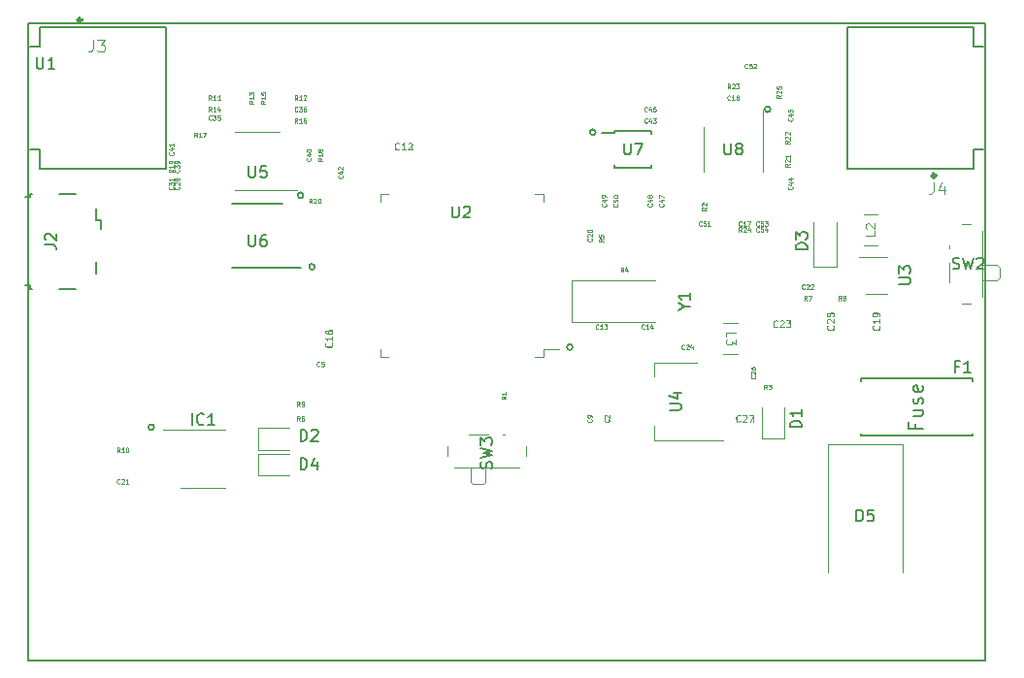
<source format=gbr>
G04 #@! TF.GenerationSoftware,KiCad,Pcbnew,(5.0.1)-3*
G04 #@! TF.CreationDate,2021-08-31T11:26:15+02:00*
G04 #@! TF.ProjectId,pocketDSP,706F636B65744453502E6B696361645F,rev?*
G04 #@! TF.SameCoordinates,Original*
G04 #@! TF.FileFunction,Legend,Top*
G04 #@! TF.FilePolarity,Positive*
%FSLAX46Y46*%
G04 Gerber Fmt 4.6, Leading zero omitted, Abs format (unit mm)*
G04 Created by KiCad (PCBNEW (5.0.1)-3) date 31/08/2021 11:26:15*
%MOMM*%
%LPD*%
G01*
G04 APERTURE LIST*
%ADD10C,0.200000*%
%ADD11C,0.120000*%
%ADD12C,0.150000*%
%ADD13C,0.127000*%
%ADD14C,0.340000*%
%ADD15C,0.050000*%
%ADD16C,0.080000*%
%ADD17C,0.015000*%
%ADD18C,0.100000*%
G04 APERTURE END LIST*
D10*
X129500000Y-99500000D02*
G75*
G03X129500000Y-99500000I-250000J0D01*
G01*
X91000000Y-125250000D02*
G75*
G03X91000000Y-125250000I-250000J0D01*
G01*
X105000000Y-111250000D02*
G75*
G03X105000000Y-111250000I-250000J0D01*
G01*
X104000000Y-105000000D02*
G75*
G03X104000000Y-105000000I-250000J0D01*
G01*
X144750000Y-97500000D02*
G75*
G03X144750000Y-97500000I-250000J0D01*
G01*
X127500000Y-118250000D02*
G75*
G03X127500000Y-118250000I-250000J0D01*
G01*
G04 #@! TO.C,U1*
X80000000Y-90000000D02*
X163490000Y-90000000D01*
X80000000Y-145630000D02*
X163490000Y-145630000D01*
X80000000Y-90000000D02*
X80000000Y-145630000D01*
X163490000Y-90000000D02*
X163490000Y-145630000D01*
D11*
G04 #@! TO.C,C12*
X113460000Y-101011252D02*
X113460000Y-100488748D01*
X112040000Y-101011252D02*
X112040000Y-100488748D01*
G04 #@! TO.C,C16*
X106511252Y-118210000D02*
X105988748Y-118210000D01*
X106511252Y-116790000D02*
X105988748Y-116790000D01*
G04 #@! TO.C,C19*
X154261252Y-116710000D02*
X153738748Y-116710000D01*
X154261252Y-115290000D02*
X153738748Y-115290000D01*
G04 #@! TO.C,C23*
X145040000Y-116511252D02*
X145040000Y-115988748D01*
X146460000Y-116511252D02*
X146460000Y-115988748D01*
G04 #@! TO.C,C25*
X149738748Y-116710000D02*
X150261252Y-116710000D01*
X149738748Y-115290000D02*
X150261252Y-115290000D01*
G04 #@! TO.C,C27*
X141790000Y-124761252D02*
X141790000Y-124238748D01*
X143210000Y-124761252D02*
X143210000Y-124238748D01*
G04 #@! TO.C,D1*
X145960000Y-126185000D02*
X145960000Y-123500000D01*
X144040000Y-126185000D02*
X145960000Y-126185000D01*
X144040000Y-123500000D02*
X144040000Y-126185000D01*
G04 #@! TO.C,D2*
X102750000Y-125290000D02*
X100065000Y-125290000D01*
X100065000Y-125290000D02*
X100065000Y-127210000D01*
X100065000Y-127210000D02*
X102750000Y-127210000D01*
G04 #@! TO.C,D3*
X148500000Y-111250000D02*
X150500000Y-111250000D01*
X150500000Y-111250000D02*
X150500000Y-107350000D01*
X148500000Y-111250000D02*
X148500000Y-107350000D01*
G04 #@! TO.C,D4*
X102750000Y-127540000D02*
X100065000Y-127540000D01*
X100065000Y-127540000D02*
X100065000Y-129460000D01*
X100065000Y-129460000D02*
X102750000Y-129460000D01*
G04 #@! TO.C,D5*
X149750000Y-126700000D02*
X156250000Y-126700000D01*
X149750000Y-126700000D02*
X149750000Y-137900000D01*
X156250000Y-126700000D02*
X156250000Y-137900000D01*
D12*
G04 #@! TO.C,F1*
X152635000Y-120985000D02*
X162365000Y-120985000D01*
X162365000Y-126015000D02*
X162365000Y-125780000D01*
X162365000Y-121220000D02*
X162365000Y-120985000D01*
X152635000Y-126015000D02*
X162365000Y-126015000D01*
X152635000Y-126015000D02*
X152635000Y-125780000D01*
X152635000Y-121220000D02*
X152635000Y-120985000D01*
G04 #@! TO.C,J2*
X84150000Y-104850000D02*
X82750000Y-104850000D01*
X80350000Y-104850000D02*
X80200000Y-104850000D01*
X80200000Y-104850000D02*
X80200000Y-105150000D01*
X80200000Y-105150000D02*
X79750000Y-105150000D01*
X79750000Y-112850000D02*
X80200000Y-112850000D01*
X80200000Y-112850000D02*
X80200000Y-113150000D01*
X80200000Y-113150000D02*
X80350000Y-113150000D01*
X82750000Y-113150000D02*
X84150000Y-113150000D01*
X86325000Y-107925000D02*
X86325000Y-107200000D01*
X86325000Y-107200000D02*
X85900000Y-107200000D01*
X85900000Y-107200000D02*
X85900000Y-106200000D01*
X85900000Y-110800000D02*
X85900000Y-111800000D01*
D13*
G04 #@! TO.C,J3*
X92000000Y-90300000D02*
X92000000Y-102700000D01*
X92000000Y-102700000D02*
X81000000Y-102700000D01*
X92000000Y-90300000D02*
X81000000Y-90300000D01*
X81000000Y-90300000D02*
X81000000Y-92000000D01*
X81000000Y-101000000D02*
X81000000Y-102700000D01*
X81000000Y-92000000D02*
X80200000Y-92000000D01*
X81000000Y-101000000D02*
X80200000Y-101000000D01*
D14*
X84670000Y-89700000D02*
G75*
G03X84670000Y-89700000I-170000J0D01*
G01*
G04 #@! TO.C,J4*
X159170000Y-103300000D02*
G75*
G03X159170000Y-103300000I-170000J0D01*
G01*
D13*
X162500000Y-92000000D02*
X163300000Y-92000000D01*
X162500000Y-101000000D02*
X163300000Y-101000000D01*
X162500000Y-92000000D02*
X162500000Y-90300000D01*
X162500000Y-102700000D02*
X162500000Y-101000000D01*
X151500000Y-102700000D02*
X162500000Y-102700000D01*
X151500000Y-90300000D02*
X162500000Y-90300000D01*
X151500000Y-102700000D02*
X151500000Y-90300000D01*
D11*
G04 #@! TO.C,L2*
X154102064Y-106640000D02*
X152897936Y-106640000D01*
X154102064Y-109360000D02*
X152897936Y-109360000D01*
G04 #@! TO.C,L3*
X141852064Y-118860000D02*
X140647936Y-118860000D01*
X141852064Y-116140000D02*
X140647936Y-116140000D01*
G04 #@! TO.C,U2*
X111415000Y-104890000D02*
X110715000Y-104890000D01*
X110715000Y-104890000D02*
X110715000Y-105590000D01*
X124235000Y-104890000D02*
X124935000Y-104890000D01*
X124935000Y-104890000D02*
X124935000Y-105590000D01*
X111415000Y-119110000D02*
X110715000Y-119110000D01*
X110715000Y-119110000D02*
X110715000Y-118410000D01*
X124235000Y-119110000D02*
X124935000Y-119110000D01*
X124935000Y-119110000D02*
X124935000Y-118410000D01*
X124935000Y-118410000D02*
X126300000Y-118410000D01*
G04 #@! TO.C,U3*
X153100000Y-113610000D02*
X154900000Y-113610000D01*
X154900000Y-110390000D02*
X152450000Y-110390000D01*
G04 #@! TO.C,U4*
X134590000Y-119590000D02*
X134590000Y-120850000D01*
X134590000Y-126410000D02*
X134590000Y-125150000D01*
X138350000Y-119590000D02*
X134590000Y-119590000D01*
X140600000Y-126410000D02*
X134590000Y-126410000D01*
G04 #@! TO.C,U5*
X100000000Y-99440000D02*
X98050000Y-99440000D01*
X100000000Y-99440000D02*
X101950000Y-99440000D01*
X100000000Y-104560000D02*
X98050000Y-104560000D01*
X100000000Y-104560000D02*
X103450000Y-104560000D01*
D12*
G04 #@! TO.C,U6*
X102200000Y-105775000D02*
X97800000Y-105775000D01*
X103775000Y-111300000D02*
X97800000Y-111300000D01*
G04 #@! TO.C,U7*
X131125000Y-99375000D02*
X131125000Y-99550000D01*
X134375000Y-99375000D02*
X134375000Y-99650000D01*
X134375000Y-102625000D02*
X134375000Y-102350000D01*
X131125000Y-102625000D02*
X131125000Y-102350000D01*
X131125000Y-99375000D02*
X134375000Y-99375000D01*
X131125000Y-102625000D02*
X134375000Y-102625000D01*
X131125000Y-99550000D02*
X130050000Y-99550000D01*
D11*
G04 #@! TO.C,Y1*
X134700000Y-112450000D02*
X127450000Y-112450000D01*
X127450000Y-112450000D02*
X127450000Y-116050000D01*
X127450000Y-116050000D02*
X134700000Y-116050000D01*
G04 #@! TO.C,SW2*
X160380000Y-109600000D02*
X160380000Y-109400000D01*
X164520000Y-112400000D02*
X164730000Y-112200000D01*
X164520000Y-111100000D02*
X164730000Y-111300000D01*
X163230000Y-112400000D02*
X164520000Y-112400000D01*
X164730000Y-112200000D02*
X164730000Y-111300000D01*
X164520000Y-111100000D02*
X163230000Y-111100000D01*
X163230000Y-113850000D02*
X163230000Y-108150000D01*
X160380000Y-112600000D02*
X160380000Y-110900000D01*
X161430000Y-114450000D02*
X162220000Y-114450000D01*
X162220000Y-107550000D02*
X161430000Y-107550000D01*
G04 #@! TO.C,SW3*
X121400000Y-125880000D02*
X121600000Y-125880000D01*
X118600000Y-130020000D02*
X118800000Y-130230000D01*
X119900000Y-130020000D02*
X119700000Y-130230000D01*
X118600000Y-128730000D02*
X118600000Y-130020000D01*
X118800000Y-130230000D02*
X119700000Y-130230000D01*
X119900000Y-130020000D02*
X119900000Y-128730000D01*
X117150000Y-128730000D02*
X122850000Y-128730000D01*
X118400000Y-125880000D02*
X120100000Y-125880000D01*
X116550000Y-126930000D02*
X116550000Y-127720000D01*
X123450000Y-127720000D02*
X123450000Y-126930000D01*
G04 #@! TO.C,U8*
X138940000Y-101000000D02*
X138940000Y-102950000D01*
X138940000Y-101000000D02*
X138940000Y-99050000D01*
X144060000Y-101000000D02*
X144060000Y-102950000D01*
X144060000Y-101000000D02*
X144060000Y-97550000D01*
G04 #@! TO.C,IC1*
X95250000Y-130560000D02*
X97200000Y-130560000D01*
X95250000Y-130560000D02*
X93300000Y-130560000D01*
X95250000Y-125440000D02*
X97200000Y-125440000D01*
X95250000Y-125440000D02*
X91800000Y-125440000D01*
G04 #@! TO.C,U1*
D12*
X80738095Y-92952380D02*
X80738095Y-93761904D01*
X80785714Y-93857142D01*
X80833333Y-93904761D01*
X80928571Y-93952380D01*
X81119047Y-93952380D01*
X81214285Y-93904761D01*
X81261904Y-93857142D01*
X81309523Y-93761904D01*
X81309523Y-92952380D01*
X82309523Y-93952380D02*
X81738095Y-93952380D01*
X82023809Y-93952380D02*
X82023809Y-92952380D01*
X81928571Y-93095238D01*
X81833333Y-93190476D01*
X81738095Y-93238095D01*
G04 #@! TO.C,C2*
D15*
X130642857Y-124566666D02*
X130661904Y-124585714D01*
X130680952Y-124642857D01*
X130680952Y-124680952D01*
X130661904Y-124738095D01*
X130623809Y-124776190D01*
X130585714Y-124795238D01*
X130509523Y-124814285D01*
X130452380Y-124814285D01*
X130376190Y-124795238D01*
X130338095Y-124776190D01*
X130300000Y-124738095D01*
X130280952Y-124680952D01*
X130280952Y-124642857D01*
X130300000Y-124585714D01*
X130319047Y-124566666D01*
X130319047Y-124414285D02*
X130300000Y-124395238D01*
X130280952Y-124357142D01*
X130280952Y-124261904D01*
X130300000Y-124223809D01*
X130319047Y-124204761D01*
X130357142Y-124185714D01*
X130395238Y-124185714D01*
X130452380Y-124204761D01*
X130680952Y-124433333D01*
X130680952Y-124185714D01*
G04 #@! TO.C,C5*
X105433333Y-119892857D02*
X105414285Y-119911904D01*
X105357142Y-119930952D01*
X105319047Y-119930952D01*
X105261904Y-119911904D01*
X105223809Y-119873809D01*
X105204761Y-119835714D01*
X105185714Y-119759523D01*
X105185714Y-119702380D01*
X105204761Y-119626190D01*
X105223809Y-119588095D01*
X105261904Y-119550000D01*
X105319047Y-119530952D01*
X105357142Y-119530952D01*
X105414285Y-119550000D01*
X105433333Y-119569047D01*
X105795238Y-119530952D02*
X105604761Y-119530952D01*
X105585714Y-119721428D01*
X105604761Y-119702380D01*
X105642857Y-119683333D01*
X105738095Y-119683333D01*
X105776190Y-119702380D01*
X105795238Y-119721428D01*
X105814285Y-119759523D01*
X105814285Y-119854761D01*
X105795238Y-119892857D01*
X105776190Y-119911904D01*
X105738095Y-119930952D01*
X105642857Y-119930952D01*
X105604761Y-119911904D01*
X105585714Y-119892857D01*
G04 #@! TO.C,C9*
X129142857Y-124566666D02*
X129161904Y-124585714D01*
X129180952Y-124642857D01*
X129180952Y-124680952D01*
X129161904Y-124738095D01*
X129123809Y-124776190D01*
X129085714Y-124795238D01*
X129009523Y-124814285D01*
X128952380Y-124814285D01*
X128876190Y-124795238D01*
X128838095Y-124776190D01*
X128800000Y-124738095D01*
X128780952Y-124680952D01*
X128780952Y-124642857D01*
X128800000Y-124585714D01*
X128819047Y-124566666D01*
X129180952Y-124376190D02*
X129180952Y-124300000D01*
X129161904Y-124261904D01*
X129142857Y-124242857D01*
X129085714Y-124204761D01*
X129009523Y-124185714D01*
X128857142Y-124185714D01*
X128819047Y-124204761D01*
X128800000Y-124223809D01*
X128780952Y-124261904D01*
X128780952Y-124338095D01*
X128800000Y-124376190D01*
X128819047Y-124395238D01*
X128857142Y-124414285D01*
X128952380Y-124414285D01*
X128990476Y-124395238D01*
X129009523Y-124376190D01*
X129028571Y-124338095D01*
X129028571Y-124261904D01*
X129009523Y-124223809D01*
X128990476Y-124204761D01*
X128952380Y-124185714D01*
G04 #@! TO.C,C12*
D16*
X112364285Y-100964285D02*
X112335714Y-100992857D01*
X112250000Y-101021428D01*
X112192857Y-101021428D01*
X112107142Y-100992857D01*
X112050000Y-100935714D01*
X112021428Y-100878571D01*
X111992857Y-100764285D01*
X111992857Y-100678571D01*
X112021428Y-100564285D01*
X112050000Y-100507142D01*
X112107142Y-100450000D01*
X112192857Y-100421428D01*
X112250000Y-100421428D01*
X112335714Y-100450000D01*
X112364285Y-100478571D01*
X112935714Y-101021428D02*
X112592857Y-101021428D01*
X112764285Y-101021428D02*
X112764285Y-100421428D01*
X112707142Y-100507142D01*
X112650000Y-100564285D01*
X112592857Y-100592857D01*
X113164285Y-100478571D02*
X113192857Y-100450000D01*
X113250000Y-100421428D01*
X113392857Y-100421428D01*
X113450000Y-100450000D01*
X113478571Y-100478571D01*
X113507142Y-100535714D01*
X113507142Y-100592857D01*
X113478571Y-100678571D01*
X113135714Y-101021428D01*
X113507142Y-101021428D01*
G04 #@! TO.C,C13*
D15*
X129742857Y-116630857D02*
X129723809Y-116649904D01*
X129666666Y-116668952D01*
X129628571Y-116668952D01*
X129571428Y-116649904D01*
X129533333Y-116611809D01*
X129514285Y-116573714D01*
X129495238Y-116497523D01*
X129495238Y-116440380D01*
X129514285Y-116364190D01*
X129533333Y-116326095D01*
X129571428Y-116288000D01*
X129628571Y-116268952D01*
X129666666Y-116268952D01*
X129723809Y-116288000D01*
X129742857Y-116307047D01*
X130123809Y-116668952D02*
X129895238Y-116668952D01*
X130009523Y-116668952D02*
X130009523Y-116268952D01*
X129971428Y-116326095D01*
X129933333Y-116364190D01*
X129895238Y-116383238D01*
X130257142Y-116268952D02*
X130504761Y-116268952D01*
X130371428Y-116421333D01*
X130428571Y-116421333D01*
X130466666Y-116440380D01*
X130485714Y-116459428D01*
X130504761Y-116497523D01*
X130504761Y-116592761D01*
X130485714Y-116630857D01*
X130466666Y-116649904D01*
X130428571Y-116668952D01*
X130314285Y-116668952D01*
X130276190Y-116649904D01*
X130257142Y-116630857D01*
G04 #@! TO.C,C14*
X133742857Y-116630857D02*
X133723809Y-116649904D01*
X133666666Y-116668952D01*
X133628571Y-116668952D01*
X133571428Y-116649904D01*
X133533333Y-116611809D01*
X133514285Y-116573714D01*
X133495238Y-116497523D01*
X133495238Y-116440380D01*
X133514285Y-116364190D01*
X133533333Y-116326095D01*
X133571428Y-116288000D01*
X133628571Y-116268952D01*
X133666666Y-116268952D01*
X133723809Y-116288000D01*
X133742857Y-116307047D01*
X134123809Y-116668952D02*
X133895238Y-116668952D01*
X134009523Y-116668952D02*
X134009523Y-116268952D01*
X133971428Y-116326095D01*
X133933333Y-116364190D01*
X133895238Y-116383238D01*
X134466666Y-116402285D02*
X134466666Y-116668952D01*
X134371428Y-116249904D02*
X134276190Y-116535619D01*
X134523809Y-116535619D01*
G04 #@! TO.C,C16*
D16*
X106464285Y-117885714D02*
X106492857Y-117914285D01*
X106521428Y-118000000D01*
X106521428Y-118057142D01*
X106492857Y-118142857D01*
X106435714Y-118200000D01*
X106378571Y-118228571D01*
X106264285Y-118257142D01*
X106178571Y-118257142D01*
X106064285Y-118228571D01*
X106007142Y-118200000D01*
X105950000Y-118142857D01*
X105921428Y-118057142D01*
X105921428Y-118000000D01*
X105950000Y-117914285D01*
X105978571Y-117885714D01*
X106521428Y-117314285D02*
X106521428Y-117657142D01*
X106521428Y-117485714D02*
X105921428Y-117485714D01*
X106007142Y-117542857D01*
X106064285Y-117600000D01*
X106092857Y-117657142D01*
X105921428Y-116800000D02*
X105921428Y-116914285D01*
X105950000Y-116971428D01*
X105978571Y-117000000D01*
X106064285Y-117057142D01*
X106178571Y-117085714D01*
X106407142Y-117085714D01*
X106464285Y-117057142D01*
X106492857Y-117028571D01*
X106521428Y-116971428D01*
X106521428Y-116857142D01*
X106492857Y-116800000D01*
X106464285Y-116771428D01*
X106407142Y-116742857D01*
X106264285Y-116742857D01*
X106207142Y-116771428D01*
X106178571Y-116800000D01*
X106150000Y-116857142D01*
X106150000Y-116971428D01*
X106178571Y-117028571D01*
X106207142Y-117057142D01*
X106264285Y-117085714D01*
G04 #@! TO.C,C19*
X154214285Y-116385714D02*
X154242857Y-116414285D01*
X154271428Y-116500000D01*
X154271428Y-116557142D01*
X154242857Y-116642857D01*
X154185714Y-116700000D01*
X154128571Y-116728571D01*
X154014285Y-116757142D01*
X153928571Y-116757142D01*
X153814285Y-116728571D01*
X153757142Y-116700000D01*
X153700000Y-116642857D01*
X153671428Y-116557142D01*
X153671428Y-116500000D01*
X153700000Y-116414285D01*
X153728571Y-116385714D01*
X154271428Y-115814285D02*
X154271428Y-116157142D01*
X154271428Y-115985714D02*
X153671428Y-115985714D01*
X153757142Y-116042857D01*
X153814285Y-116100000D01*
X153842857Y-116157142D01*
X154271428Y-115528571D02*
X154271428Y-115414285D01*
X154242857Y-115357142D01*
X154214285Y-115328571D01*
X154128571Y-115271428D01*
X154014285Y-115242857D01*
X153785714Y-115242857D01*
X153728571Y-115271428D01*
X153700000Y-115300000D01*
X153671428Y-115357142D01*
X153671428Y-115471428D01*
X153700000Y-115528571D01*
X153728571Y-115557142D01*
X153785714Y-115585714D01*
X153928571Y-115585714D01*
X153985714Y-115557142D01*
X154014285Y-115528571D01*
X154042857Y-115471428D01*
X154042857Y-115357142D01*
X154014285Y-115300000D01*
X153985714Y-115271428D01*
X153928571Y-115242857D01*
G04 #@! TO.C,C20*
D15*
X129142857Y-108757142D02*
X129161904Y-108776190D01*
X129180952Y-108833333D01*
X129180952Y-108871428D01*
X129161904Y-108928571D01*
X129123809Y-108966666D01*
X129085714Y-108985714D01*
X129009523Y-109004761D01*
X128952380Y-109004761D01*
X128876190Y-108985714D01*
X128838095Y-108966666D01*
X128800000Y-108928571D01*
X128780952Y-108871428D01*
X128780952Y-108833333D01*
X128800000Y-108776190D01*
X128819047Y-108757142D01*
X128819047Y-108604761D02*
X128800000Y-108585714D01*
X128780952Y-108547619D01*
X128780952Y-108452380D01*
X128800000Y-108414285D01*
X128819047Y-108395238D01*
X128857142Y-108376190D01*
X128895238Y-108376190D01*
X128952380Y-108395238D01*
X129180952Y-108623809D01*
X129180952Y-108376190D01*
X128780952Y-108128571D02*
X128780952Y-108090476D01*
X128800000Y-108052380D01*
X128819047Y-108033333D01*
X128857142Y-108014285D01*
X128933333Y-107995238D01*
X129028571Y-107995238D01*
X129104761Y-108014285D01*
X129142857Y-108033333D01*
X129161904Y-108052380D01*
X129180952Y-108090476D01*
X129180952Y-108128571D01*
X129161904Y-108166666D01*
X129142857Y-108185714D01*
X129104761Y-108204761D01*
X129028571Y-108223809D01*
X128933333Y-108223809D01*
X128857142Y-108204761D01*
X128819047Y-108185714D01*
X128800000Y-108166666D01*
X128780952Y-108128571D01*
G04 #@! TO.C,C21*
X87992857Y-130142857D02*
X87973809Y-130161904D01*
X87916666Y-130180952D01*
X87878571Y-130180952D01*
X87821428Y-130161904D01*
X87783333Y-130123809D01*
X87764285Y-130085714D01*
X87745238Y-130009523D01*
X87745238Y-129952380D01*
X87764285Y-129876190D01*
X87783333Y-129838095D01*
X87821428Y-129800000D01*
X87878571Y-129780952D01*
X87916666Y-129780952D01*
X87973809Y-129800000D01*
X87992857Y-129819047D01*
X88145238Y-129819047D02*
X88164285Y-129800000D01*
X88202380Y-129780952D01*
X88297619Y-129780952D01*
X88335714Y-129800000D01*
X88354761Y-129819047D01*
X88373809Y-129857142D01*
X88373809Y-129895238D01*
X88354761Y-129952380D01*
X88126190Y-130180952D01*
X88373809Y-130180952D01*
X88754761Y-130180952D02*
X88526190Y-130180952D01*
X88640476Y-130180952D02*
X88640476Y-129780952D01*
X88602380Y-129838095D01*
X88564285Y-129876190D01*
X88526190Y-129895238D01*
G04 #@! TO.C,C22*
X147742857Y-113142857D02*
X147723809Y-113161904D01*
X147666666Y-113180952D01*
X147628571Y-113180952D01*
X147571428Y-113161904D01*
X147533333Y-113123809D01*
X147514285Y-113085714D01*
X147495238Y-113009523D01*
X147495238Y-112952380D01*
X147514285Y-112876190D01*
X147533333Y-112838095D01*
X147571428Y-112800000D01*
X147628571Y-112780952D01*
X147666666Y-112780952D01*
X147723809Y-112800000D01*
X147742857Y-112819047D01*
X147895238Y-112819047D02*
X147914285Y-112800000D01*
X147952380Y-112780952D01*
X148047619Y-112780952D01*
X148085714Y-112800000D01*
X148104761Y-112819047D01*
X148123809Y-112857142D01*
X148123809Y-112895238D01*
X148104761Y-112952380D01*
X147876190Y-113180952D01*
X148123809Y-113180952D01*
X148276190Y-112819047D02*
X148295238Y-112800000D01*
X148333333Y-112780952D01*
X148428571Y-112780952D01*
X148466666Y-112800000D01*
X148485714Y-112819047D01*
X148504761Y-112857142D01*
X148504761Y-112895238D01*
X148485714Y-112952380D01*
X148257142Y-113180952D01*
X148504761Y-113180952D01*
G04 #@! TO.C,C23*
D16*
X145364285Y-116464285D02*
X145335714Y-116492857D01*
X145250000Y-116521428D01*
X145192857Y-116521428D01*
X145107142Y-116492857D01*
X145050000Y-116435714D01*
X145021428Y-116378571D01*
X144992857Y-116264285D01*
X144992857Y-116178571D01*
X145021428Y-116064285D01*
X145050000Y-116007142D01*
X145107142Y-115950000D01*
X145192857Y-115921428D01*
X145250000Y-115921428D01*
X145335714Y-115950000D01*
X145364285Y-115978571D01*
X145592857Y-115978571D02*
X145621428Y-115950000D01*
X145678571Y-115921428D01*
X145821428Y-115921428D01*
X145878571Y-115950000D01*
X145907142Y-115978571D01*
X145935714Y-116035714D01*
X145935714Y-116092857D01*
X145907142Y-116178571D01*
X145564285Y-116521428D01*
X145935714Y-116521428D01*
X146135714Y-115921428D02*
X146507142Y-115921428D01*
X146307142Y-116150000D01*
X146392857Y-116150000D01*
X146450000Y-116178571D01*
X146478571Y-116207142D01*
X146507142Y-116264285D01*
X146507142Y-116407142D01*
X146478571Y-116464285D01*
X146450000Y-116492857D01*
X146392857Y-116521428D01*
X146221428Y-116521428D01*
X146164285Y-116492857D01*
X146135714Y-116464285D01*
G04 #@! TO.C,C24*
D15*
X137242857Y-118404857D02*
X137223809Y-118423904D01*
X137166666Y-118442952D01*
X137128571Y-118442952D01*
X137071428Y-118423904D01*
X137033333Y-118385809D01*
X137014285Y-118347714D01*
X136995238Y-118271523D01*
X136995238Y-118214380D01*
X137014285Y-118138190D01*
X137033333Y-118100095D01*
X137071428Y-118062000D01*
X137128571Y-118042952D01*
X137166666Y-118042952D01*
X137223809Y-118062000D01*
X137242857Y-118081047D01*
X137395238Y-118081047D02*
X137414285Y-118062000D01*
X137452380Y-118042952D01*
X137547619Y-118042952D01*
X137585714Y-118062000D01*
X137604761Y-118081047D01*
X137623809Y-118119142D01*
X137623809Y-118157238D01*
X137604761Y-118214380D01*
X137376190Y-118442952D01*
X137623809Y-118442952D01*
X137966666Y-118176285D02*
X137966666Y-118442952D01*
X137871428Y-118023904D02*
X137776190Y-118309619D01*
X138023809Y-118309619D01*
G04 #@! TO.C,C25*
D16*
X150214285Y-116385714D02*
X150242857Y-116414285D01*
X150271428Y-116500000D01*
X150271428Y-116557142D01*
X150242857Y-116642857D01*
X150185714Y-116700000D01*
X150128571Y-116728571D01*
X150014285Y-116757142D01*
X149928571Y-116757142D01*
X149814285Y-116728571D01*
X149757142Y-116700000D01*
X149700000Y-116642857D01*
X149671428Y-116557142D01*
X149671428Y-116500000D01*
X149700000Y-116414285D01*
X149728571Y-116385714D01*
X149728571Y-116157142D02*
X149700000Y-116128571D01*
X149671428Y-116071428D01*
X149671428Y-115928571D01*
X149700000Y-115871428D01*
X149728571Y-115842857D01*
X149785714Y-115814285D01*
X149842857Y-115814285D01*
X149928571Y-115842857D01*
X150271428Y-116185714D01*
X150271428Y-115814285D01*
X149671428Y-115271428D02*
X149671428Y-115557142D01*
X149957142Y-115585714D01*
X149928571Y-115557142D01*
X149900000Y-115500000D01*
X149900000Y-115357142D01*
X149928571Y-115300000D01*
X149957142Y-115271428D01*
X150014285Y-115242857D01*
X150157142Y-115242857D01*
X150214285Y-115271428D01*
X150242857Y-115300000D01*
X150271428Y-115357142D01*
X150271428Y-115500000D01*
X150242857Y-115557142D01*
X150214285Y-115585714D01*
G04 #@! TO.C,C26*
D15*
X143404857Y-120757142D02*
X143423904Y-120776190D01*
X143442952Y-120833333D01*
X143442952Y-120871428D01*
X143423904Y-120928571D01*
X143385809Y-120966666D01*
X143347714Y-120985714D01*
X143271523Y-121004761D01*
X143214380Y-121004761D01*
X143138190Y-120985714D01*
X143100095Y-120966666D01*
X143062000Y-120928571D01*
X143042952Y-120871428D01*
X143042952Y-120833333D01*
X143062000Y-120776190D01*
X143081047Y-120757142D01*
X143081047Y-120604761D02*
X143062000Y-120585714D01*
X143042952Y-120547619D01*
X143042952Y-120452380D01*
X143062000Y-120414285D01*
X143081047Y-120395238D01*
X143119142Y-120376190D01*
X143157238Y-120376190D01*
X143214380Y-120395238D01*
X143442952Y-120623809D01*
X143442952Y-120376190D01*
X143042952Y-120033333D02*
X143042952Y-120109523D01*
X143062000Y-120147619D01*
X143081047Y-120166666D01*
X143138190Y-120204761D01*
X143214380Y-120223809D01*
X143366761Y-120223809D01*
X143404857Y-120204761D01*
X143423904Y-120185714D01*
X143442952Y-120147619D01*
X143442952Y-120071428D01*
X143423904Y-120033333D01*
X143404857Y-120014285D01*
X143366761Y-119995238D01*
X143271523Y-119995238D01*
X143233428Y-120014285D01*
X143214380Y-120033333D01*
X143195333Y-120071428D01*
X143195333Y-120147619D01*
X143214380Y-120185714D01*
X143233428Y-120204761D01*
X143271523Y-120223809D01*
G04 #@! TO.C,C27*
D16*
X142114285Y-124714285D02*
X142085714Y-124742857D01*
X142000000Y-124771428D01*
X141942857Y-124771428D01*
X141857142Y-124742857D01*
X141800000Y-124685714D01*
X141771428Y-124628571D01*
X141742857Y-124514285D01*
X141742857Y-124428571D01*
X141771428Y-124314285D01*
X141800000Y-124257142D01*
X141857142Y-124200000D01*
X141942857Y-124171428D01*
X142000000Y-124171428D01*
X142085714Y-124200000D01*
X142114285Y-124228571D01*
X142342857Y-124228571D02*
X142371428Y-124200000D01*
X142428571Y-124171428D01*
X142571428Y-124171428D01*
X142628571Y-124200000D01*
X142657142Y-124228571D01*
X142685714Y-124285714D01*
X142685714Y-124342857D01*
X142657142Y-124428571D01*
X142314285Y-124771428D01*
X142685714Y-124771428D01*
X142885714Y-124171428D02*
X143285714Y-124171428D01*
X143028571Y-124771428D01*
G04 #@! TO.C,C28*
D15*
X93142857Y-104257142D02*
X93161904Y-104276190D01*
X93180952Y-104333333D01*
X93180952Y-104371428D01*
X93161904Y-104428571D01*
X93123809Y-104466666D01*
X93085714Y-104485714D01*
X93009523Y-104504761D01*
X92952380Y-104504761D01*
X92876190Y-104485714D01*
X92838095Y-104466666D01*
X92800000Y-104428571D01*
X92780952Y-104371428D01*
X92780952Y-104333333D01*
X92800000Y-104276190D01*
X92819047Y-104257142D01*
X92819047Y-104104761D02*
X92800000Y-104085714D01*
X92780952Y-104047619D01*
X92780952Y-103952380D01*
X92800000Y-103914285D01*
X92819047Y-103895238D01*
X92857142Y-103876190D01*
X92895238Y-103876190D01*
X92952380Y-103895238D01*
X93180952Y-104123809D01*
X93180952Y-103876190D01*
X92952380Y-103647619D02*
X92933333Y-103685714D01*
X92914285Y-103704761D01*
X92876190Y-103723809D01*
X92857142Y-103723809D01*
X92819047Y-103704761D01*
X92800000Y-103685714D01*
X92780952Y-103647619D01*
X92780952Y-103571428D01*
X92800000Y-103533333D01*
X92819047Y-103514285D01*
X92857142Y-103495238D01*
X92876190Y-103495238D01*
X92914285Y-103514285D01*
X92933333Y-103533333D01*
X92952380Y-103571428D01*
X92952380Y-103647619D01*
X92971428Y-103685714D01*
X92990476Y-103704761D01*
X93028571Y-103723809D01*
X93104761Y-103723809D01*
X93142857Y-103704761D01*
X93161904Y-103685714D01*
X93180952Y-103647619D01*
X93180952Y-103571428D01*
X93161904Y-103533333D01*
X93142857Y-103514285D01*
X93104761Y-103495238D01*
X93028571Y-103495238D01*
X92990476Y-103514285D01*
X92971428Y-103533333D01*
X92952380Y-103571428D01*
G04 #@! TO.C,C31*
X92642857Y-104257142D02*
X92661904Y-104276190D01*
X92680952Y-104333333D01*
X92680952Y-104371428D01*
X92661904Y-104428571D01*
X92623809Y-104466666D01*
X92585714Y-104485714D01*
X92509523Y-104504761D01*
X92452380Y-104504761D01*
X92376190Y-104485714D01*
X92338095Y-104466666D01*
X92300000Y-104428571D01*
X92280952Y-104371428D01*
X92280952Y-104333333D01*
X92300000Y-104276190D01*
X92319047Y-104257142D01*
X92280952Y-104123809D02*
X92280952Y-103876190D01*
X92433333Y-104009523D01*
X92433333Y-103952380D01*
X92452380Y-103914285D01*
X92471428Y-103895238D01*
X92509523Y-103876190D01*
X92604761Y-103876190D01*
X92642857Y-103895238D01*
X92661904Y-103914285D01*
X92680952Y-103952380D01*
X92680952Y-104066666D01*
X92661904Y-104104761D01*
X92642857Y-104123809D01*
X92680952Y-103495238D02*
X92680952Y-103723809D01*
X92680952Y-103609523D02*
X92280952Y-103609523D01*
X92338095Y-103647619D01*
X92376190Y-103685714D01*
X92395238Y-103723809D01*
G04 #@! TO.C,C35*
X95992857Y-98392857D02*
X95973809Y-98411904D01*
X95916666Y-98430952D01*
X95878571Y-98430952D01*
X95821428Y-98411904D01*
X95783333Y-98373809D01*
X95764285Y-98335714D01*
X95745238Y-98259523D01*
X95745238Y-98202380D01*
X95764285Y-98126190D01*
X95783333Y-98088095D01*
X95821428Y-98050000D01*
X95878571Y-98030952D01*
X95916666Y-98030952D01*
X95973809Y-98050000D01*
X95992857Y-98069047D01*
X96126190Y-98030952D02*
X96373809Y-98030952D01*
X96240476Y-98183333D01*
X96297619Y-98183333D01*
X96335714Y-98202380D01*
X96354761Y-98221428D01*
X96373809Y-98259523D01*
X96373809Y-98354761D01*
X96354761Y-98392857D01*
X96335714Y-98411904D01*
X96297619Y-98430952D01*
X96183333Y-98430952D01*
X96145238Y-98411904D01*
X96126190Y-98392857D01*
X96735714Y-98030952D02*
X96545238Y-98030952D01*
X96526190Y-98221428D01*
X96545238Y-98202380D01*
X96583333Y-98183333D01*
X96678571Y-98183333D01*
X96716666Y-98202380D01*
X96735714Y-98221428D01*
X96754761Y-98259523D01*
X96754761Y-98354761D01*
X96735714Y-98392857D01*
X96716666Y-98411904D01*
X96678571Y-98430952D01*
X96583333Y-98430952D01*
X96545238Y-98411904D01*
X96526190Y-98392857D01*
G04 #@! TO.C,C36*
X103492857Y-97642857D02*
X103473809Y-97661904D01*
X103416666Y-97680952D01*
X103378571Y-97680952D01*
X103321428Y-97661904D01*
X103283333Y-97623809D01*
X103264285Y-97585714D01*
X103245238Y-97509523D01*
X103245238Y-97452380D01*
X103264285Y-97376190D01*
X103283333Y-97338095D01*
X103321428Y-97300000D01*
X103378571Y-97280952D01*
X103416666Y-97280952D01*
X103473809Y-97300000D01*
X103492857Y-97319047D01*
X103626190Y-97280952D02*
X103873809Y-97280952D01*
X103740476Y-97433333D01*
X103797619Y-97433333D01*
X103835714Y-97452380D01*
X103854761Y-97471428D01*
X103873809Y-97509523D01*
X103873809Y-97604761D01*
X103854761Y-97642857D01*
X103835714Y-97661904D01*
X103797619Y-97680952D01*
X103683333Y-97680952D01*
X103645238Y-97661904D01*
X103626190Y-97642857D01*
X104216666Y-97280952D02*
X104140476Y-97280952D01*
X104102380Y-97300000D01*
X104083333Y-97319047D01*
X104045238Y-97376190D01*
X104026190Y-97452380D01*
X104026190Y-97604761D01*
X104045238Y-97642857D01*
X104064285Y-97661904D01*
X104102380Y-97680952D01*
X104178571Y-97680952D01*
X104216666Y-97661904D01*
X104235714Y-97642857D01*
X104254761Y-97604761D01*
X104254761Y-97509523D01*
X104235714Y-97471428D01*
X104216666Y-97452380D01*
X104178571Y-97433333D01*
X104102380Y-97433333D01*
X104064285Y-97452380D01*
X104045238Y-97471428D01*
X104026190Y-97509523D01*
G04 #@! TO.C,C39*
X93142857Y-102757142D02*
X93161904Y-102776190D01*
X93180952Y-102833333D01*
X93180952Y-102871428D01*
X93161904Y-102928571D01*
X93123809Y-102966666D01*
X93085714Y-102985714D01*
X93009523Y-103004761D01*
X92952380Y-103004761D01*
X92876190Y-102985714D01*
X92838095Y-102966666D01*
X92800000Y-102928571D01*
X92780952Y-102871428D01*
X92780952Y-102833333D01*
X92800000Y-102776190D01*
X92819047Y-102757142D01*
X92780952Y-102623809D02*
X92780952Y-102376190D01*
X92933333Y-102509523D01*
X92933333Y-102452380D01*
X92952380Y-102414285D01*
X92971428Y-102395238D01*
X93009523Y-102376190D01*
X93104761Y-102376190D01*
X93142857Y-102395238D01*
X93161904Y-102414285D01*
X93180952Y-102452380D01*
X93180952Y-102566666D01*
X93161904Y-102604761D01*
X93142857Y-102623809D01*
X93180952Y-102185714D02*
X93180952Y-102109523D01*
X93161904Y-102071428D01*
X93142857Y-102052380D01*
X93085714Y-102014285D01*
X93009523Y-101995238D01*
X92857142Y-101995238D01*
X92819047Y-102014285D01*
X92800000Y-102033333D01*
X92780952Y-102071428D01*
X92780952Y-102147619D01*
X92800000Y-102185714D01*
X92819047Y-102204761D01*
X92857142Y-102223809D01*
X92952380Y-102223809D01*
X92990476Y-102204761D01*
X93009523Y-102185714D01*
X93028571Y-102147619D01*
X93028571Y-102071428D01*
X93009523Y-102033333D01*
X92990476Y-102014285D01*
X92952380Y-101995238D01*
G04 #@! TO.C,C40*
X104642857Y-101757142D02*
X104661904Y-101776190D01*
X104680952Y-101833333D01*
X104680952Y-101871428D01*
X104661904Y-101928571D01*
X104623809Y-101966666D01*
X104585714Y-101985714D01*
X104509523Y-102004761D01*
X104452380Y-102004761D01*
X104376190Y-101985714D01*
X104338095Y-101966666D01*
X104300000Y-101928571D01*
X104280952Y-101871428D01*
X104280952Y-101833333D01*
X104300000Y-101776190D01*
X104319047Y-101757142D01*
X104414285Y-101414285D02*
X104680952Y-101414285D01*
X104261904Y-101509523D02*
X104547619Y-101604761D01*
X104547619Y-101357142D01*
X104280952Y-101128571D02*
X104280952Y-101090476D01*
X104300000Y-101052380D01*
X104319047Y-101033333D01*
X104357142Y-101014285D01*
X104433333Y-100995238D01*
X104528571Y-100995238D01*
X104604761Y-101014285D01*
X104642857Y-101033333D01*
X104661904Y-101052380D01*
X104680952Y-101090476D01*
X104680952Y-101128571D01*
X104661904Y-101166666D01*
X104642857Y-101185714D01*
X104604761Y-101204761D01*
X104528571Y-101223809D01*
X104433333Y-101223809D01*
X104357142Y-101204761D01*
X104319047Y-101185714D01*
X104300000Y-101166666D01*
X104280952Y-101128571D01*
G04 #@! TO.C,C41*
X92642857Y-101257142D02*
X92661904Y-101276190D01*
X92680952Y-101333333D01*
X92680952Y-101371428D01*
X92661904Y-101428571D01*
X92623809Y-101466666D01*
X92585714Y-101485714D01*
X92509523Y-101504761D01*
X92452380Y-101504761D01*
X92376190Y-101485714D01*
X92338095Y-101466666D01*
X92300000Y-101428571D01*
X92280952Y-101371428D01*
X92280952Y-101333333D01*
X92300000Y-101276190D01*
X92319047Y-101257142D01*
X92414285Y-100914285D02*
X92680952Y-100914285D01*
X92261904Y-101009523D02*
X92547619Y-101104761D01*
X92547619Y-100857142D01*
X92680952Y-100495238D02*
X92680952Y-100723809D01*
X92680952Y-100609523D02*
X92280952Y-100609523D01*
X92338095Y-100647619D01*
X92376190Y-100685714D01*
X92395238Y-100723809D01*
G04 #@! TO.C,C42*
X107404857Y-103257142D02*
X107423904Y-103276190D01*
X107442952Y-103333333D01*
X107442952Y-103371428D01*
X107423904Y-103428571D01*
X107385809Y-103466666D01*
X107347714Y-103485714D01*
X107271523Y-103504761D01*
X107214380Y-103504761D01*
X107138190Y-103485714D01*
X107100095Y-103466666D01*
X107062000Y-103428571D01*
X107042952Y-103371428D01*
X107042952Y-103333333D01*
X107062000Y-103276190D01*
X107081047Y-103257142D01*
X107176285Y-102914285D02*
X107442952Y-102914285D01*
X107023904Y-103009523D02*
X107309619Y-103104761D01*
X107309619Y-102857142D01*
X107081047Y-102723809D02*
X107062000Y-102704761D01*
X107042952Y-102666666D01*
X107042952Y-102571428D01*
X107062000Y-102533333D01*
X107081047Y-102514285D01*
X107119142Y-102495238D01*
X107157238Y-102495238D01*
X107214380Y-102514285D01*
X107442952Y-102742857D01*
X107442952Y-102495238D01*
G04 #@! TO.C,C43*
X133992857Y-98642857D02*
X133973809Y-98661904D01*
X133916666Y-98680952D01*
X133878571Y-98680952D01*
X133821428Y-98661904D01*
X133783333Y-98623809D01*
X133764285Y-98585714D01*
X133745238Y-98509523D01*
X133745238Y-98452380D01*
X133764285Y-98376190D01*
X133783333Y-98338095D01*
X133821428Y-98300000D01*
X133878571Y-98280952D01*
X133916666Y-98280952D01*
X133973809Y-98300000D01*
X133992857Y-98319047D01*
X134335714Y-98414285D02*
X134335714Y-98680952D01*
X134240476Y-98261904D02*
X134145238Y-98547619D01*
X134392857Y-98547619D01*
X134507142Y-98280952D02*
X134754761Y-98280952D01*
X134621428Y-98433333D01*
X134678571Y-98433333D01*
X134716666Y-98452380D01*
X134735714Y-98471428D01*
X134754761Y-98509523D01*
X134754761Y-98604761D01*
X134735714Y-98642857D01*
X134716666Y-98661904D01*
X134678571Y-98680952D01*
X134564285Y-98680952D01*
X134526190Y-98661904D01*
X134507142Y-98642857D01*
G04 #@! TO.C,C44*
X146642857Y-104257142D02*
X146661904Y-104276190D01*
X146680952Y-104333333D01*
X146680952Y-104371428D01*
X146661904Y-104428571D01*
X146623809Y-104466666D01*
X146585714Y-104485714D01*
X146509523Y-104504761D01*
X146452380Y-104504761D01*
X146376190Y-104485714D01*
X146338095Y-104466666D01*
X146300000Y-104428571D01*
X146280952Y-104371428D01*
X146280952Y-104333333D01*
X146300000Y-104276190D01*
X146319047Y-104257142D01*
X146414285Y-103914285D02*
X146680952Y-103914285D01*
X146261904Y-104009523D02*
X146547619Y-104104761D01*
X146547619Y-103857142D01*
X146414285Y-103533333D02*
X146680952Y-103533333D01*
X146261904Y-103628571D02*
X146547619Y-103723809D01*
X146547619Y-103476190D01*
G04 #@! TO.C,C45*
X146642857Y-98257142D02*
X146661904Y-98276190D01*
X146680952Y-98333333D01*
X146680952Y-98371428D01*
X146661904Y-98428571D01*
X146623809Y-98466666D01*
X146585714Y-98485714D01*
X146509523Y-98504761D01*
X146452380Y-98504761D01*
X146376190Y-98485714D01*
X146338095Y-98466666D01*
X146300000Y-98428571D01*
X146280952Y-98371428D01*
X146280952Y-98333333D01*
X146300000Y-98276190D01*
X146319047Y-98257142D01*
X146414285Y-97914285D02*
X146680952Y-97914285D01*
X146261904Y-98009523D02*
X146547619Y-98104761D01*
X146547619Y-97857142D01*
X146280952Y-97514285D02*
X146280952Y-97704761D01*
X146471428Y-97723809D01*
X146452380Y-97704761D01*
X146433333Y-97666666D01*
X146433333Y-97571428D01*
X146452380Y-97533333D01*
X146471428Y-97514285D01*
X146509523Y-97495238D01*
X146604761Y-97495238D01*
X146642857Y-97514285D01*
X146661904Y-97533333D01*
X146680952Y-97571428D01*
X146680952Y-97666666D01*
X146661904Y-97704761D01*
X146642857Y-97723809D01*
G04 #@! TO.C,C46*
X133992857Y-97642857D02*
X133973809Y-97661904D01*
X133916666Y-97680952D01*
X133878571Y-97680952D01*
X133821428Y-97661904D01*
X133783333Y-97623809D01*
X133764285Y-97585714D01*
X133745238Y-97509523D01*
X133745238Y-97452380D01*
X133764285Y-97376190D01*
X133783333Y-97338095D01*
X133821428Y-97300000D01*
X133878571Y-97280952D01*
X133916666Y-97280952D01*
X133973809Y-97300000D01*
X133992857Y-97319047D01*
X134335714Y-97414285D02*
X134335714Y-97680952D01*
X134240476Y-97261904D02*
X134145238Y-97547619D01*
X134392857Y-97547619D01*
X134716666Y-97280952D02*
X134640476Y-97280952D01*
X134602380Y-97300000D01*
X134583333Y-97319047D01*
X134545238Y-97376190D01*
X134526190Y-97452380D01*
X134526190Y-97604761D01*
X134545238Y-97642857D01*
X134564285Y-97661904D01*
X134602380Y-97680952D01*
X134678571Y-97680952D01*
X134716666Y-97661904D01*
X134735714Y-97642857D01*
X134754761Y-97604761D01*
X134754761Y-97509523D01*
X134735714Y-97471428D01*
X134716666Y-97452380D01*
X134678571Y-97433333D01*
X134602380Y-97433333D01*
X134564285Y-97452380D01*
X134545238Y-97471428D01*
X134526190Y-97509523D01*
G04 #@! TO.C,C47*
X135392857Y-105757142D02*
X135411904Y-105776190D01*
X135430952Y-105833333D01*
X135430952Y-105871428D01*
X135411904Y-105928571D01*
X135373809Y-105966666D01*
X135335714Y-105985714D01*
X135259523Y-106004761D01*
X135202380Y-106004761D01*
X135126190Y-105985714D01*
X135088095Y-105966666D01*
X135050000Y-105928571D01*
X135030952Y-105871428D01*
X135030952Y-105833333D01*
X135050000Y-105776190D01*
X135069047Y-105757142D01*
X135164285Y-105414285D02*
X135430952Y-105414285D01*
X135011904Y-105509523D02*
X135297619Y-105604761D01*
X135297619Y-105357142D01*
X135030952Y-105242857D02*
X135030952Y-104976190D01*
X135430952Y-105147619D01*
G04 #@! TO.C,C48*
X134392857Y-105757142D02*
X134411904Y-105776190D01*
X134430952Y-105833333D01*
X134430952Y-105871428D01*
X134411904Y-105928571D01*
X134373809Y-105966666D01*
X134335714Y-105985714D01*
X134259523Y-106004761D01*
X134202380Y-106004761D01*
X134126190Y-105985714D01*
X134088095Y-105966666D01*
X134050000Y-105928571D01*
X134030952Y-105871428D01*
X134030952Y-105833333D01*
X134050000Y-105776190D01*
X134069047Y-105757142D01*
X134164285Y-105414285D02*
X134430952Y-105414285D01*
X134011904Y-105509523D02*
X134297619Y-105604761D01*
X134297619Y-105357142D01*
X134202380Y-105147619D02*
X134183333Y-105185714D01*
X134164285Y-105204761D01*
X134126190Y-105223809D01*
X134107142Y-105223809D01*
X134069047Y-105204761D01*
X134050000Y-105185714D01*
X134030952Y-105147619D01*
X134030952Y-105071428D01*
X134050000Y-105033333D01*
X134069047Y-105014285D01*
X134107142Y-104995238D01*
X134126190Y-104995238D01*
X134164285Y-105014285D01*
X134183333Y-105033333D01*
X134202380Y-105071428D01*
X134202380Y-105147619D01*
X134221428Y-105185714D01*
X134240476Y-105204761D01*
X134278571Y-105223809D01*
X134354761Y-105223809D01*
X134392857Y-105204761D01*
X134411904Y-105185714D01*
X134430952Y-105147619D01*
X134430952Y-105071428D01*
X134411904Y-105033333D01*
X134392857Y-105014285D01*
X134354761Y-104995238D01*
X134278571Y-104995238D01*
X134240476Y-105014285D01*
X134221428Y-105033333D01*
X134202380Y-105071428D01*
G04 #@! TO.C,C49*
X130392857Y-105757142D02*
X130411904Y-105776190D01*
X130430952Y-105833333D01*
X130430952Y-105871428D01*
X130411904Y-105928571D01*
X130373809Y-105966666D01*
X130335714Y-105985714D01*
X130259523Y-106004761D01*
X130202380Y-106004761D01*
X130126190Y-105985714D01*
X130088095Y-105966666D01*
X130050000Y-105928571D01*
X130030952Y-105871428D01*
X130030952Y-105833333D01*
X130050000Y-105776190D01*
X130069047Y-105757142D01*
X130164285Y-105414285D02*
X130430952Y-105414285D01*
X130011904Y-105509523D02*
X130297619Y-105604761D01*
X130297619Y-105357142D01*
X130430952Y-105185714D02*
X130430952Y-105109523D01*
X130411904Y-105071428D01*
X130392857Y-105052380D01*
X130335714Y-105014285D01*
X130259523Y-104995238D01*
X130107142Y-104995238D01*
X130069047Y-105014285D01*
X130050000Y-105033333D01*
X130030952Y-105071428D01*
X130030952Y-105147619D01*
X130050000Y-105185714D01*
X130069047Y-105204761D01*
X130107142Y-105223809D01*
X130202380Y-105223809D01*
X130240476Y-105204761D01*
X130259523Y-105185714D01*
X130278571Y-105147619D01*
X130278571Y-105071428D01*
X130259523Y-105033333D01*
X130240476Y-105014285D01*
X130202380Y-104995238D01*
G04 #@! TO.C,C50*
X131392857Y-105757142D02*
X131411904Y-105776190D01*
X131430952Y-105833333D01*
X131430952Y-105871428D01*
X131411904Y-105928571D01*
X131373809Y-105966666D01*
X131335714Y-105985714D01*
X131259523Y-106004761D01*
X131202380Y-106004761D01*
X131126190Y-105985714D01*
X131088095Y-105966666D01*
X131050000Y-105928571D01*
X131030952Y-105871428D01*
X131030952Y-105833333D01*
X131050000Y-105776190D01*
X131069047Y-105757142D01*
X131030952Y-105395238D02*
X131030952Y-105585714D01*
X131221428Y-105604761D01*
X131202380Y-105585714D01*
X131183333Y-105547619D01*
X131183333Y-105452380D01*
X131202380Y-105414285D01*
X131221428Y-105395238D01*
X131259523Y-105376190D01*
X131354761Y-105376190D01*
X131392857Y-105395238D01*
X131411904Y-105414285D01*
X131430952Y-105452380D01*
X131430952Y-105547619D01*
X131411904Y-105585714D01*
X131392857Y-105604761D01*
X131030952Y-105128571D02*
X131030952Y-105090476D01*
X131050000Y-105052380D01*
X131069047Y-105033333D01*
X131107142Y-105014285D01*
X131183333Y-104995238D01*
X131278571Y-104995238D01*
X131354761Y-105014285D01*
X131392857Y-105033333D01*
X131411904Y-105052380D01*
X131430952Y-105090476D01*
X131430952Y-105128571D01*
X131411904Y-105166666D01*
X131392857Y-105185714D01*
X131354761Y-105204761D01*
X131278571Y-105223809D01*
X131183333Y-105223809D01*
X131107142Y-105204761D01*
X131069047Y-105185714D01*
X131050000Y-105166666D01*
X131030952Y-105128571D01*
G04 #@! TO.C,D1*
D12*
X147452380Y-125238095D02*
X146452380Y-125238095D01*
X146452380Y-125000000D01*
X146500000Y-124857142D01*
X146595238Y-124761904D01*
X146690476Y-124714285D01*
X146880952Y-124666666D01*
X147023809Y-124666666D01*
X147214285Y-124714285D01*
X147309523Y-124761904D01*
X147404761Y-124857142D01*
X147452380Y-125000000D01*
X147452380Y-125238095D01*
X147452380Y-123714285D02*
X147452380Y-124285714D01*
X147452380Y-124000000D02*
X146452380Y-124000000D01*
X146595238Y-124095238D01*
X146690476Y-124190476D01*
X146738095Y-124285714D01*
G04 #@! TO.C,D2*
X103761904Y-126452380D02*
X103761904Y-125452380D01*
X104000000Y-125452380D01*
X104142857Y-125500000D01*
X104238095Y-125595238D01*
X104285714Y-125690476D01*
X104333333Y-125880952D01*
X104333333Y-126023809D01*
X104285714Y-126214285D01*
X104238095Y-126309523D01*
X104142857Y-126404761D01*
X104000000Y-126452380D01*
X103761904Y-126452380D01*
X104714285Y-125547619D02*
X104761904Y-125500000D01*
X104857142Y-125452380D01*
X105095238Y-125452380D01*
X105190476Y-125500000D01*
X105238095Y-125547619D01*
X105285714Y-125642857D01*
X105285714Y-125738095D01*
X105238095Y-125880952D01*
X104666666Y-126452380D01*
X105285714Y-126452380D01*
G04 #@! TO.C,D3*
X147952380Y-109738095D02*
X146952380Y-109738095D01*
X146952380Y-109500000D01*
X147000000Y-109357142D01*
X147095238Y-109261904D01*
X147190476Y-109214285D01*
X147380952Y-109166666D01*
X147523809Y-109166666D01*
X147714285Y-109214285D01*
X147809523Y-109261904D01*
X147904761Y-109357142D01*
X147952380Y-109500000D01*
X147952380Y-109738095D01*
X146952380Y-108833333D02*
X146952380Y-108214285D01*
X147333333Y-108547619D01*
X147333333Y-108404761D01*
X147380952Y-108309523D01*
X147428571Y-108261904D01*
X147523809Y-108214285D01*
X147761904Y-108214285D01*
X147857142Y-108261904D01*
X147904761Y-108309523D01*
X147952380Y-108404761D01*
X147952380Y-108690476D01*
X147904761Y-108785714D01*
X147857142Y-108833333D01*
G04 #@! TO.C,D4*
X103761904Y-128952380D02*
X103761904Y-127952380D01*
X104000000Y-127952380D01*
X104142857Y-128000000D01*
X104238095Y-128095238D01*
X104285714Y-128190476D01*
X104333333Y-128380952D01*
X104333333Y-128523809D01*
X104285714Y-128714285D01*
X104238095Y-128809523D01*
X104142857Y-128904761D01*
X104000000Y-128952380D01*
X103761904Y-128952380D01*
X105190476Y-128285714D02*
X105190476Y-128952380D01*
X104952380Y-127904761D02*
X104714285Y-128619047D01*
X105333333Y-128619047D01*
G04 #@! TO.C,D5*
X152261904Y-133452380D02*
X152261904Y-132452380D01*
X152500000Y-132452380D01*
X152642857Y-132500000D01*
X152738095Y-132595238D01*
X152785714Y-132690476D01*
X152833333Y-132880952D01*
X152833333Y-133023809D01*
X152785714Y-133214285D01*
X152738095Y-133309523D01*
X152642857Y-133404761D01*
X152500000Y-133452380D01*
X152261904Y-133452380D01*
X153738095Y-132452380D02*
X153261904Y-132452380D01*
X153214285Y-132928571D01*
X153261904Y-132880952D01*
X153357142Y-132833333D01*
X153595238Y-132833333D01*
X153690476Y-132880952D01*
X153738095Y-132928571D01*
X153785714Y-133023809D01*
X153785714Y-133261904D01*
X153738095Y-133357142D01*
X153690476Y-133404761D01*
X153595238Y-133452380D01*
X153357142Y-133452380D01*
X153261904Y-133404761D01*
X153214285Y-133357142D01*
G04 #@! TO.C,F1*
X161168928Y-119928571D02*
X160835595Y-119928571D01*
X160835595Y-120452380D02*
X160835595Y-119452380D01*
X161311785Y-119452380D01*
X162216547Y-120452380D02*
X161645119Y-120452380D01*
X161930833Y-120452380D02*
X161930833Y-119452380D01*
X161835595Y-119595238D01*
X161740357Y-119690476D01*
X161645119Y-119738095D01*
X157409285Y-124951428D02*
X157409285Y-125374761D01*
X158074523Y-125374761D02*
X156804523Y-125374761D01*
X156804523Y-124770000D01*
X157227857Y-123741904D02*
X158074523Y-123741904D01*
X157227857Y-124286190D02*
X157893095Y-124286190D01*
X158014047Y-124225714D01*
X158074523Y-124104761D01*
X158074523Y-123923333D01*
X158014047Y-123802380D01*
X157953571Y-123741904D01*
X158014047Y-123197619D02*
X158074523Y-123076666D01*
X158074523Y-122834761D01*
X158014047Y-122713809D01*
X157893095Y-122653333D01*
X157832619Y-122653333D01*
X157711666Y-122713809D01*
X157651190Y-122834761D01*
X157651190Y-123016190D01*
X157590714Y-123137142D01*
X157469761Y-123197619D01*
X157409285Y-123197619D01*
X157288333Y-123137142D01*
X157227857Y-123016190D01*
X157227857Y-122834761D01*
X157288333Y-122713809D01*
X158014047Y-121625238D02*
X158074523Y-121746190D01*
X158074523Y-121988095D01*
X158014047Y-122109047D01*
X157893095Y-122169523D01*
X157409285Y-122169523D01*
X157288333Y-122109047D01*
X157227857Y-121988095D01*
X157227857Y-121746190D01*
X157288333Y-121625238D01*
X157409285Y-121564761D01*
X157530238Y-121564761D01*
X157651190Y-122169523D01*
G04 #@! TO.C,J2*
X81452380Y-109333333D02*
X82166666Y-109333333D01*
X82309523Y-109380952D01*
X82404761Y-109476190D01*
X82452380Y-109619047D01*
X82452380Y-109714285D01*
X81547619Y-108904761D02*
X81500000Y-108857142D01*
X81452380Y-108761904D01*
X81452380Y-108523809D01*
X81500000Y-108428571D01*
X81547619Y-108380952D01*
X81642857Y-108333333D01*
X81738095Y-108333333D01*
X81880952Y-108380952D01*
X82452380Y-108952380D01*
X82452380Y-108333333D01*
G04 #@! TO.C,J3*
D17*
X85666514Y-91452130D02*
X85666514Y-92166742D01*
X85618873Y-92309665D01*
X85523591Y-92404946D01*
X85380669Y-92452587D01*
X85285387Y-92452587D01*
X86047640Y-91452130D02*
X86666971Y-91452130D01*
X86333485Y-91833257D01*
X86476408Y-91833257D01*
X86571689Y-91880897D01*
X86619330Y-91928538D01*
X86666971Y-92023820D01*
X86666971Y-92262024D01*
X86619330Y-92357306D01*
X86571689Y-92404946D01*
X86476408Y-92452587D01*
X86190563Y-92452587D01*
X86095281Y-92404946D01*
X86047640Y-92357306D01*
G04 #@! TO.C,J4*
X158991674Y-103890780D02*
X158991674Y-104605392D01*
X158944033Y-104748315D01*
X158848751Y-104843596D01*
X158705829Y-104891237D01*
X158610547Y-104891237D01*
X159896849Y-104224266D02*
X159896849Y-104891237D01*
X159658645Y-103843139D02*
X159420441Y-104557752D01*
X160039772Y-104557752D01*
G04 #@! TO.C,L2*
D18*
X153861904Y-108133333D02*
X153861904Y-108514285D01*
X153061904Y-108514285D01*
X153138095Y-107904761D02*
X153100000Y-107866666D01*
X153061904Y-107790476D01*
X153061904Y-107600000D01*
X153100000Y-107523809D01*
X153138095Y-107485714D01*
X153214285Y-107447619D01*
X153290476Y-107447619D01*
X153404761Y-107485714D01*
X153861904Y-107942857D01*
X153861904Y-107447619D01*
G04 #@! TO.C,L3*
X140888095Y-117366666D02*
X140888095Y-116985714D01*
X141688095Y-116985714D01*
X141688095Y-117557142D02*
X141688095Y-118052380D01*
X141383333Y-117785714D01*
X141383333Y-117900000D01*
X141345238Y-117976190D01*
X141307142Y-118014285D01*
X141230952Y-118052380D01*
X141040476Y-118052380D01*
X140964285Y-118014285D01*
X140926190Y-117976190D01*
X140888095Y-117900000D01*
X140888095Y-117671428D01*
X140926190Y-117595238D01*
X140964285Y-117557142D01*
G04 #@! TO.C,R1*
D15*
X121692952Y-122566666D02*
X121502476Y-122700000D01*
X121692952Y-122795238D02*
X121292952Y-122795238D01*
X121292952Y-122642857D01*
X121312000Y-122604761D01*
X121331047Y-122585714D01*
X121369142Y-122566666D01*
X121426285Y-122566666D01*
X121464380Y-122585714D01*
X121483428Y-122604761D01*
X121502476Y-122642857D01*
X121502476Y-122795238D01*
X121692952Y-122185714D02*
X121692952Y-122414285D01*
X121692952Y-122300000D02*
X121292952Y-122300000D01*
X121350095Y-122338095D01*
X121388190Y-122376190D01*
X121407238Y-122414285D01*
G04 #@! TO.C,R3*
X144433333Y-121942952D02*
X144300000Y-121752476D01*
X144204761Y-121942952D02*
X144204761Y-121542952D01*
X144357142Y-121542952D01*
X144395238Y-121562000D01*
X144414285Y-121581047D01*
X144433333Y-121619142D01*
X144433333Y-121676285D01*
X144414285Y-121714380D01*
X144395238Y-121733428D01*
X144357142Y-121752476D01*
X144204761Y-121752476D01*
X144566666Y-121542952D02*
X144814285Y-121542952D01*
X144680952Y-121695333D01*
X144738095Y-121695333D01*
X144776190Y-121714380D01*
X144795238Y-121733428D01*
X144814285Y-121771523D01*
X144814285Y-121866761D01*
X144795238Y-121904857D01*
X144776190Y-121923904D01*
X144738095Y-121942952D01*
X144623809Y-121942952D01*
X144585714Y-121923904D01*
X144566666Y-121904857D01*
G04 #@! TO.C,R4*
X131933333Y-111692952D02*
X131800000Y-111502476D01*
X131704761Y-111692952D02*
X131704761Y-111292952D01*
X131857142Y-111292952D01*
X131895238Y-111312000D01*
X131914285Y-111331047D01*
X131933333Y-111369142D01*
X131933333Y-111426285D01*
X131914285Y-111464380D01*
X131895238Y-111483428D01*
X131857142Y-111502476D01*
X131704761Y-111502476D01*
X132276190Y-111426285D02*
X132276190Y-111692952D01*
X132180952Y-111273904D02*
X132085714Y-111559619D01*
X132333333Y-111559619D01*
G04 #@! TO.C,R5*
X130180952Y-108816666D02*
X129990476Y-108950000D01*
X130180952Y-109045238D02*
X129780952Y-109045238D01*
X129780952Y-108892857D01*
X129800000Y-108854761D01*
X129819047Y-108835714D01*
X129857142Y-108816666D01*
X129914285Y-108816666D01*
X129952380Y-108835714D01*
X129971428Y-108854761D01*
X129990476Y-108892857D01*
X129990476Y-109045238D01*
X129780952Y-108454761D02*
X129780952Y-108645238D01*
X129971428Y-108664285D01*
X129952380Y-108645238D01*
X129933333Y-108607142D01*
X129933333Y-108511904D01*
X129952380Y-108473809D01*
X129971428Y-108454761D01*
X130009523Y-108435714D01*
X130104761Y-108435714D01*
X130142857Y-108454761D01*
X130161904Y-108473809D01*
X130180952Y-108511904D01*
X130180952Y-108607142D01*
X130161904Y-108645238D01*
X130142857Y-108664285D01*
G04 #@! TO.C,R6*
X103683333Y-124680952D02*
X103550000Y-124490476D01*
X103454761Y-124680952D02*
X103454761Y-124280952D01*
X103607142Y-124280952D01*
X103645238Y-124300000D01*
X103664285Y-124319047D01*
X103683333Y-124357142D01*
X103683333Y-124414285D01*
X103664285Y-124452380D01*
X103645238Y-124471428D01*
X103607142Y-124490476D01*
X103454761Y-124490476D01*
X104026190Y-124280952D02*
X103950000Y-124280952D01*
X103911904Y-124300000D01*
X103892857Y-124319047D01*
X103854761Y-124376190D01*
X103835714Y-124452380D01*
X103835714Y-124604761D01*
X103854761Y-124642857D01*
X103873809Y-124661904D01*
X103911904Y-124680952D01*
X103988095Y-124680952D01*
X104026190Y-124661904D01*
X104045238Y-124642857D01*
X104064285Y-124604761D01*
X104064285Y-124509523D01*
X104045238Y-124471428D01*
X104026190Y-124452380D01*
X103988095Y-124433333D01*
X103911904Y-124433333D01*
X103873809Y-124452380D01*
X103854761Y-124471428D01*
X103835714Y-124509523D01*
G04 #@! TO.C,R7*
X147933333Y-114180952D02*
X147800000Y-113990476D01*
X147704761Y-114180952D02*
X147704761Y-113780952D01*
X147857142Y-113780952D01*
X147895238Y-113800000D01*
X147914285Y-113819047D01*
X147933333Y-113857142D01*
X147933333Y-113914285D01*
X147914285Y-113952380D01*
X147895238Y-113971428D01*
X147857142Y-113990476D01*
X147704761Y-113990476D01*
X148066666Y-113780952D02*
X148333333Y-113780952D01*
X148161904Y-114180952D01*
G04 #@! TO.C,R8*
X150933333Y-114180952D02*
X150800000Y-113990476D01*
X150704761Y-114180952D02*
X150704761Y-113780952D01*
X150857142Y-113780952D01*
X150895238Y-113800000D01*
X150914285Y-113819047D01*
X150933333Y-113857142D01*
X150933333Y-113914285D01*
X150914285Y-113952380D01*
X150895238Y-113971428D01*
X150857142Y-113990476D01*
X150704761Y-113990476D01*
X151161904Y-113952380D02*
X151123809Y-113933333D01*
X151104761Y-113914285D01*
X151085714Y-113876190D01*
X151085714Y-113857142D01*
X151104761Y-113819047D01*
X151123809Y-113800000D01*
X151161904Y-113780952D01*
X151238095Y-113780952D01*
X151276190Y-113800000D01*
X151295238Y-113819047D01*
X151314285Y-113857142D01*
X151314285Y-113876190D01*
X151295238Y-113914285D01*
X151276190Y-113933333D01*
X151238095Y-113952380D01*
X151161904Y-113952380D01*
X151123809Y-113971428D01*
X151104761Y-113990476D01*
X151085714Y-114028571D01*
X151085714Y-114104761D01*
X151104761Y-114142857D01*
X151123809Y-114161904D01*
X151161904Y-114180952D01*
X151238095Y-114180952D01*
X151276190Y-114161904D01*
X151295238Y-114142857D01*
X151314285Y-114104761D01*
X151314285Y-114028571D01*
X151295238Y-113990476D01*
X151276190Y-113971428D01*
X151238095Y-113952380D01*
G04 #@! TO.C,R9*
X103683333Y-123430952D02*
X103550000Y-123240476D01*
X103454761Y-123430952D02*
X103454761Y-123030952D01*
X103607142Y-123030952D01*
X103645238Y-123050000D01*
X103664285Y-123069047D01*
X103683333Y-123107142D01*
X103683333Y-123164285D01*
X103664285Y-123202380D01*
X103645238Y-123221428D01*
X103607142Y-123240476D01*
X103454761Y-123240476D01*
X103873809Y-123430952D02*
X103950000Y-123430952D01*
X103988095Y-123411904D01*
X104007142Y-123392857D01*
X104045238Y-123335714D01*
X104064285Y-123259523D01*
X104064285Y-123107142D01*
X104045238Y-123069047D01*
X104026190Y-123050000D01*
X103988095Y-123030952D01*
X103911904Y-123030952D01*
X103873809Y-123050000D01*
X103854761Y-123069047D01*
X103835714Y-123107142D01*
X103835714Y-123202380D01*
X103854761Y-123240476D01*
X103873809Y-123259523D01*
X103911904Y-123278571D01*
X103988095Y-123278571D01*
X104026190Y-123259523D01*
X104045238Y-123240476D01*
X104064285Y-123202380D01*
G04 #@! TO.C,R10*
X87992857Y-127430952D02*
X87859523Y-127240476D01*
X87764285Y-127430952D02*
X87764285Y-127030952D01*
X87916666Y-127030952D01*
X87954761Y-127050000D01*
X87973809Y-127069047D01*
X87992857Y-127107142D01*
X87992857Y-127164285D01*
X87973809Y-127202380D01*
X87954761Y-127221428D01*
X87916666Y-127240476D01*
X87764285Y-127240476D01*
X88373809Y-127430952D02*
X88145238Y-127430952D01*
X88259523Y-127430952D02*
X88259523Y-127030952D01*
X88221428Y-127088095D01*
X88183333Y-127126190D01*
X88145238Y-127145238D01*
X88621428Y-127030952D02*
X88659523Y-127030952D01*
X88697619Y-127050000D01*
X88716666Y-127069047D01*
X88735714Y-127107142D01*
X88754761Y-127183333D01*
X88754761Y-127278571D01*
X88735714Y-127354761D01*
X88716666Y-127392857D01*
X88697619Y-127411904D01*
X88659523Y-127430952D01*
X88621428Y-127430952D01*
X88583333Y-127411904D01*
X88564285Y-127392857D01*
X88545238Y-127354761D01*
X88526190Y-127278571D01*
X88526190Y-127183333D01*
X88545238Y-127107142D01*
X88564285Y-127069047D01*
X88583333Y-127050000D01*
X88621428Y-127030952D01*
G04 #@! TO.C,R11*
X95992857Y-96680952D02*
X95859523Y-96490476D01*
X95764285Y-96680952D02*
X95764285Y-96280952D01*
X95916666Y-96280952D01*
X95954761Y-96300000D01*
X95973809Y-96319047D01*
X95992857Y-96357142D01*
X95992857Y-96414285D01*
X95973809Y-96452380D01*
X95954761Y-96471428D01*
X95916666Y-96490476D01*
X95764285Y-96490476D01*
X96373809Y-96680952D02*
X96145238Y-96680952D01*
X96259523Y-96680952D02*
X96259523Y-96280952D01*
X96221428Y-96338095D01*
X96183333Y-96376190D01*
X96145238Y-96395238D01*
X96754761Y-96680952D02*
X96526190Y-96680952D01*
X96640476Y-96680952D02*
X96640476Y-96280952D01*
X96602380Y-96338095D01*
X96564285Y-96376190D01*
X96526190Y-96395238D01*
G04 #@! TO.C,R12*
X103492857Y-96680952D02*
X103359523Y-96490476D01*
X103264285Y-96680952D02*
X103264285Y-96280952D01*
X103416666Y-96280952D01*
X103454761Y-96300000D01*
X103473809Y-96319047D01*
X103492857Y-96357142D01*
X103492857Y-96414285D01*
X103473809Y-96452380D01*
X103454761Y-96471428D01*
X103416666Y-96490476D01*
X103264285Y-96490476D01*
X103873809Y-96680952D02*
X103645238Y-96680952D01*
X103759523Y-96680952D02*
X103759523Y-96280952D01*
X103721428Y-96338095D01*
X103683333Y-96376190D01*
X103645238Y-96395238D01*
X104026190Y-96319047D02*
X104045238Y-96300000D01*
X104083333Y-96280952D01*
X104178571Y-96280952D01*
X104216666Y-96300000D01*
X104235714Y-96319047D01*
X104254761Y-96357142D01*
X104254761Y-96395238D01*
X104235714Y-96452380D01*
X104007142Y-96680952D01*
X104254761Y-96680952D01*
G04 #@! TO.C,R13*
X99680952Y-96757142D02*
X99490476Y-96890476D01*
X99680952Y-96985714D02*
X99280952Y-96985714D01*
X99280952Y-96833333D01*
X99300000Y-96795238D01*
X99319047Y-96776190D01*
X99357142Y-96757142D01*
X99414285Y-96757142D01*
X99452380Y-96776190D01*
X99471428Y-96795238D01*
X99490476Y-96833333D01*
X99490476Y-96985714D01*
X99680952Y-96376190D02*
X99680952Y-96604761D01*
X99680952Y-96490476D02*
X99280952Y-96490476D01*
X99338095Y-96528571D01*
X99376190Y-96566666D01*
X99395238Y-96604761D01*
X99280952Y-96242857D02*
X99280952Y-95995238D01*
X99433333Y-96128571D01*
X99433333Y-96071428D01*
X99452380Y-96033333D01*
X99471428Y-96014285D01*
X99509523Y-95995238D01*
X99604761Y-95995238D01*
X99642857Y-96014285D01*
X99661904Y-96033333D01*
X99680952Y-96071428D01*
X99680952Y-96185714D01*
X99661904Y-96223809D01*
X99642857Y-96242857D01*
G04 #@! TO.C,R14*
X95992857Y-97680952D02*
X95859523Y-97490476D01*
X95764285Y-97680952D02*
X95764285Y-97280952D01*
X95916666Y-97280952D01*
X95954761Y-97300000D01*
X95973809Y-97319047D01*
X95992857Y-97357142D01*
X95992857Y-97414285D01*
X95973809Y-97452380D01*
X95954761Y-97471428D01*
X95916666Y-97490476D01*
X95764285Y-97490476D01*
X96373809Y-97680952D02*
X96145238Y-97680952D01*
X96259523Y-97680952D02*
X96259523Y-97280952D01*
X96221428Y-97338095D01*
X96183333Y-97376190D01*
X96145238Y-97395238D01*
X96716666Y-97414285D02*
X96716666Y-97680952D01*
X96621428Y-97261904D02*
X96526190Y-97547619D01*
X96773809Y-97547619D01*
G04 #@! TO.C,R15*
X100680952Y-96757142D02*
X100490476Y-96890476D01*
X100680952Y-96985714D02*
X100280952Y-96985714D01*
X100280952Y-96833333D01*
X100300000Y-96795238D01*
X100319047Y-96776190D01*
X100357142Y-96757142D01*
X100414285Y-96757142D01*
X100452380Y-96776190D01*
X100471428Y-96795238D01*
X100490476Y-96833333D01*
X100490476Y-96985714D01*
X100680952Y-96376190D02*
X100680952Y-96604761D01*
X100680952Y-96490476D02*
X100280952Y-96490476D01*
X100338095Y-96528571D01*
X100376190Y-96566666D01*
X100395238Y-96604761D01*
X100280952Y-96014285D02*
X100280952Y-96204761D01*
X100471428Y-96223809D01*
X100452380Y-96204761D01*
X100433333Y-96166666D01*
X100433333Y-96071428D01*
X100452380Y-96033333D01*
X100471428Y-96014285D01*
X100509523Y-95995238D01*
X100604761Y-95995238D01*
X100642857Y-96014285D01*
X100661904Y-96033333D01*
X100680952Y-96071428D01*
X100680952Y-96166666D01*
X100661904Y-96204761D01*
X100642857Y-96223809D01*
G04 #@! TO.C,R16*
X103492857Y-98680952D02*
X103359523Y-98490476D01*
X103264285Y-98680952D02*
X103264285Y-98280952D01*
X103416666Y-98280952D01*
X103454761Y-98300000D01*
X103473809Y-98319047D01*
X103492857Y-98357142D01*
X103492857Y-98414285D01*
X103473809Y-98452380D01*
X103454761Y-98471428D01*
X103416666Y-98490476D01*
X103264285Y-98490476D01*
X103873809Y-98680952D02*
X103645238Y-98680952D01*
X103759523Y-98680952D02*
X103759523Y-98280952D01*
X103721428Y-98338095D01*
X103683333Y-98376190D01*
X103645238Y-98395238D01*
X104216666Y-98280952D02*
X104140476Y-98280952D01*
X104102380Y-98300000D01*
X104083333Y-98319047D01*
X104045238Y-98376190D01*
X104026190Y-98452380D01*
X104026190Y-98604761D01*
X104045238Y-98642857D01*
X104064285Y-98661904D01*
X104102380Y-98680952D01*
X104178571Y-98680952D01*
X104216666Y-98661904D01*
X104235714Y-98642857D01*
X104254761Y-98604761D01*
X104254761Y-98509523D01*
X104235714Y-98471428D01*
X104216666Y-98452380D01*
X104178571Y-98433333D01*
X104102380Y-98433333D01*
X104064285Y-98452380D01*
X104045238Y-98471428D01*
X104026190Y-98509523D01*
G04 #@! TO.C,R17*
X94742857Y-99918952D02*
X94609523Y-99728476D01*
X94514285Y-99918952D02*
X94514285Y-99518952D01*
X94666666Y-99518952D01*
X94704761Y-99538000D01*
X94723809Y-99557047D01*
X94742857Y-99595142D01*
X94742857Y-99652285D01*
X94723809Y-99690380D01*
X94704761Y-99709428D01*
X94666666Y-99728476D01*
X94514285Y-99728476D01*
X95123809Y-99918952D02*
X94895238Y-99918952D01*
X95009523Y-99918952D02*
X95009523Y-99518952D01*
X94971428Y-99576095D01*
X94933333Y-99614190D01*
X94895238Y-99633238D01*
X95257142Y-99518952D02*
X95523809Y-99518952D01*
X95352380Y-99918952D01*
G04 #@! TO.C,R18*
X105680952Y-101757142D02*
X105490476Y-101890476D01*
X105680952Y-101985714D02*
X105280952Y-101985714D01*
X105280952Y-101833333D01*
X105300000Y-101795238D01*
X105319047Y-101776190D01*
X105357142Y-101757142D01*
X105414285Y-101757142D01*
X105452380Y-101776190D01*
X105471428Y-101795238D01*
X105490476Y-101833333D01*
X105490476Y-101985714D01*
X105680952Y-101376190D02*
X105680952Y-101604761D01*
X105680952Y-101490476D02*
X105280952Y-101490476D01*
X105338095Y-101528571D01*
X105376190Y-101566666D01*
X105395238Y-101604761D01*
X105452380Y-101147619D02*
X105433333Y-101185714D01*
X105414285Y-101204761D01*
X105376190Y-101223809D01*
X105357142Y-101223809D01*
X105319047Y-101204761D01*
X105300000Y-101185714D01*
X105280952Y-101147619D01*
X105280952Y-101071428D01*
X105300000Y-101033333D01*
X105319047Y-101014285D01*
X105357142Y-100995238D01*
X105376190Y-100995238D01*
X105414285Y-101014285D01*
X105433333Y-101033333D01*
X105452380Y-101071428D01*
X105452380Y-101147619D01*
X105471428Y-101185714D01*
X105490476Y-101204761D01*
X105528571Y-101223809D01*
X105604761Y-101223809D01*
X105642857Y-101204761D01*
X105661904Y-101185714D01*
X105680952Y-101147619D01*
X105680952Y-101071428D01*
X105661904Y-101033333D01*
X105642857Y-101014285D01*
X105604761Y-100995238D01*
X105528571Y-100995238D01*
X105490476Y-101014285D01*
X105471428Y-101033333D01*
X105452380Y-101071428D01*
G04 #@! TO.C,R19*
X92680952Y-102757142D02*
X92490476Y-102890476D01*
X92680952Y-102985714D02*
X92280952Y-102985714D01*
X92280952Y-102833333D01*
X92300000Y-102795238D01*
X92319047Y-102776190D01*
X92357142Y-102757142D01*
X92414285Y-102757142D01*
X92452380Y-102776190D01*
X92471428Y-102795238D01*
X92490476Y-102833333D01*
X92490476Y-102985714D01*
X92680952Y-102376190D02*
X92680952Y-102604761D01*
X92680952Y-102490476D02*
X92280952Y-102490476D01*
X92338095Y-102528571D01*
X92376190Y-102566666D01*
X92395238Y-102604761D01*
X92680952Y-102185714D02*
X92680952Y-102109523D01*
X92661904Y-102071428D01*
X92642857Y-102052380D01*
X92585714Y-102014285D01*
X92509523Y-101995238D01*
X92357142Y-101995238D01*
X92319047Y-102014285D01*
X92300000Y-102033333D01*
X92280952Y-102071428D01*
X92280952Y-102147619D01*
X92300000Y-102185714D01*
X92319047Y-102204761D01*
X92357142Y-102223809D01*
X92452380Y-102223809D01*
X92490476Y-102204761D01*
X92509523Y-102185714D01*
X92528571Y-102147619D01*
X92528571Y-102071428D01*
X92509523Y-102033333D01*
X92490476Y-102014285D01*
X92452380Y-101995238D01*
G04 #@! TO.C,R20*
X104742857Y-105680952D02*
X104609523Y-105490476D01*
X104514285Y-105680952D02*
X104514285Y-105280952D01*
X104666666Y-105280952D01*
X104704761Y-105300000D01*
X104723809Y-105319047D01*
X104742857Y-105357142D01*
X104742857Y-105414285D01*
X104723809Y-105452380D01*
X104704761Y-105471428D01*
X104666666Y-105490476D01*
X104514285Y-105490476D01*
X104895238Y-105319047D02*
X104914285Y-105300000D01*
X104952380Y-105280952D01*
X105047619Y-105280952D01*
X105085714Y-105300000D01*
X105104761Y-105319047D01*
X105123809Y-105357142D01*
X105123809Y-105395238D01*
X105104761Y-105452380D01*
X104876190Y-105680952D01*
X105123809Y-105680952D01*
X105371428Y-105280952D02*
X105409523Y-105280952D01*
X105447619Y-105300000D01*
X105466666Y-105319047D01*
X105485714Y-105357142D01*
X105504761Y-105433333D01*
X105504761Y-105528571D01*
X105485714Y-105604761D01*
X105466666Y-105642857D01*
X105447619Y-105661904D01*
X105409523Y-105680952D01*
X105371428Y-105680952D01*
X105333333Y-105661904D01*
X105314285Y-105642857D01*
X105295238Y-105604761D01*
X105276190Y-105528571D01*
X105276190Y-105433333D01*
X105295238Y-105357142D01*
X105314285Y-105319047D01*
X105333333Y-105300000D01*
X105371428Y-105280952D01*
G04 #@! TO.C,R21*
X146442952Y-102257142D02*
X146252476Y-102390476D01*
X146442952Y-102485714D02*
X146042952Y-102485714D01*
X146042952Y-102333333D01*
X146062000Y-102295238D01*
X146081047Y-102276190D01*
X146119142Y-102257142D01*
X146176285Y-102257142D01*
X146214380Y-102276190D01*
X146233428Y-102295238D01*
X146252476Y-102333333D01*
X146252476Y-102485714D01*
X146081047Y-102104761D02*
X146062000Y-102085714D01*
X146042952Y-102047619D01*
X146042952Y-101952380D01*
X146062000Y-101914285D01*
X146081047Y-101895238D01*
X146119142Y-101876190D01*
X146157238Y-101876190D01*
X146214380Y-101895238D01*
X146442952Y-102123809D01*
X146442952Y-101876190D01*
X146442952Y-101495238D02*
X146442952Y-101723809D01*
X146442952Y-101609523D02*
X146042952Y-101609523D01*
X146100095Y-101647619D01*
X146138190Y-101685714D01*
X146157238Y-101723809D01*
G04 #@! TO.C,R22*
X146442952Y-100257142D02*
X146252476Y-100390476D01*
X146442952Y-100485714D02*
X146042952Y-100485714D01*
X146042952Y-100333333D01*
X146062000Y-100295238D01*
X146081047Y-100276190D01*
X146119142Y-100257142D01*
X146176285Y-100257142D01*
X146214380Y-100276190D01*
X146233428Y-100295238D01*
X146252476Y-100333333D01*
X146252476Y-100485714D01*
X146081047Y-100104761D02*
X146062000Y-100085714D01*
X146042952Y-100047619D01*
X146042952Y-99952380D01*
X146062000Y-99914285D01*
X146081047Y-99895238D01*
X146119142Y-99876190D01*
X146157238Y-99876190D01*
X146214380Y-99895238D01*
X146442952Y-100123809D01*
X146442952Y-99876190D01*
X146081047Y-99723809D02*
X146062000Y-99704761D01*
X146042952Y-99666666D01*
X146042952Y-99571428D01*
X146062000Y-99533333D01*
X146081047Y-99514285D01*
X146119142Y-99495238D01*
X146157238Y-99495238D01*
X146214380Y-99514285D01*
X146442952Y-99742857D01*
X146442952Y-99495238D01*
G04 #@! TO.C,U2*
D12*
X116988095Y-105952380D02*
X116988095Y-106761904D01*
X117035714Y-106857142D01*
X117083333Y-106904761D01*
X117178571Y-106952380D01*
X117369047Y-106952380D01*
X117464285Y-106904761D01*
X117511904Y-106857142D01*
X117559523Y-106761904D01*
X117559523Y-105952380D01*
X117988095Y-106047619D02*
X118035714Y-106000000D01*
X118130952Y-105952380D01*
X118369047Y-105952380D01*
X118464285Y-106000000D01*
X118511904Y-106047619D01*
X118559523Y-106142857D01*
X118559523Y-106238095D01*
X118511904Y-106380952D01*
X117940476Y-106952380D01*
X118559523Y-106952380D01*
G04 #@! TO.C,U3*
X155952380Y-112761904D02*
X156761904Y-112761904D01*
X156857142Y-112714285D01*
X156904761Y-112666666D01*
X156952380Y-112571428D01*
X156952380Y-112380952D01*
X156904761Y-112285714D01*
X156857142Y-112238095D01*
X156761904Y-112190476D01*
X155952380Y-112190476D01*
X155952380Y-111809523D02*
X155952380Y-111190476D01*
X156333333Y-111523809D01*
X156333333Y-111380952D01*
X156380952Y-111285714D01*
X156428571Y-111238095D01*
X156523809Y-111190476D01*
X156761904Y-111190476D01*
X156857142Y-111238095D01*
X156904761Y-111285714D01*
X156952380Y-111380952D01*
X156952380Y-111666666D01*
X156904761Y-111761904D01*
X156857142Y-111809523D01*
G04 #@! TO.C,U4*
X135952380Y-123761904D02*
X136761904Y-123761904D01*
X136857142Y-123714285D01*
X136904761Y-123666666D01*
X136952380Y-123571428D01*
X136952380Y-123380952D01*
X136904761Y-123285714D01*
X136857142Y-123238095D01*
X136761904Y-123190476D01*
X135952380Y-123190476D01*
X136285714Y-122285714D02*
X136952380Y-122285714D01*
X135904761Y-122523809D02*
X136619047Y-122761904D01*
X136619047Y-122142857D01*
G04 #@! TO.C,U5*
X99238095Y-102452380D02*
X99238095Y-103261904D01*
X99285714Y-103357142D01*
X99333333Y-103404761D01*
X99428571Y-103452380D01*
X99619047Y-103452380D01*
X99714285Y-103404761D01*
X99761904Y-103357142D01*
X99809523Y-103261904D01*
X99809523Y-102452380D01*
X100761904Y-102452380D02*
X100285714Y-102452380D01*
X100238095Y-102928571D01*
X100285714Y-102880952D01*
X100380952Y-102833333D01*
X100619047Y-102833333D01*
X100714285Y-102880952D01*
X100761904Y-102928571D01*
X100809523Y-103023809D01*
X100809523Y-103261904D01*
X100761904Y-103357142D01*
X100714285Y-103404761D01*
X100619047Y-103452380D01*
X100380952Y-103452380D01*
X100285714Y-103404761D01*
X100238095Y-103357142D01*
G04 #@! TO.C,U6*
X99238095Y-108452380D02*
X99238095Y-109261904D01*
X99285714Y-109357142D01*
X99333333Y-109404761D01*
X99428571Y-109452380D01*
X99619047Y-109452380D01*
X99714285Y-109404761D01*
X99761904Y-109357142D01*
X99809523Y-109261904D01*
X99809523Y-108452380D01*
X100714285Y-108452380D02*
X100523809Y-108452380D01*
X100428571Y-108500000D01*
X100380952Y-108547619D01*
X100285714Y-108690476D01*
X100238095Y-108880952D01*
X100238095Y-109261904D01*
X100285714Y-109357142D01*
X100333333Y-109404761D01*
X100428571Y-109452380D01*
X100619047Y-109452380D01*
X100714285Y-109404761D01*
X100761904Y-109357142D01*
X100809523Y-109261904D01*
X100809523Y-109023809D01*
X100761904Y-108928571D01*
X100714285Y-108880952D01*
X100619047Y-108833333D01*
X100428571Y-108833333D01*
X100333333Y-108880952D01*
X100285714Y-108928571D01*
X100238095Y-109023809D01*
G04 #@! TO.C,U7*
X131988095Y-100452380D02*
X131988095Y-101261904D01*
X132035714Y-101357142D01*
X132083333Y-101404761D01*
X132178571Y-101452380D01*
X132369047Y-101452380D01*
X132464285Y-101404761D01*
X132511904Y-101357142D01*
X132559523Y-101261904D01*
X132559523Y-100452380D01*
X132940476Y-100452380D02*
X133607142Y-100452380D01*
X133178571Y-101452380D01*
G04 #@! TO.C,Y1*
X137226190Y-114726190D02*
X137702380Y-114726190D01*
X136702380Y-115059523D02*
X137226190Y-114726190D01*
X136702380Y-114392857D01*
X137702380Y-113535714D02*
X137702380Y-114107142D01*
X137702380Y-113821428D02*
X136702380Y-113821428D01*
X136845238Y-113916666D01*
X136940476Y-114011904D01*
X136988095Y-114107142D01*
G04 #@! TO.C,SW2*
X160666666Y-111404761D02*
X160809523Y-111452380D01*
X161047619Y-111452380D01*
X161142857Y-111404761D01*
X161190476Y-111357142D01*
X161238095Y-111261904D01*
X161238095Y-111166666D01*
X161190476Y-111071428D01*
X161142857Y-111023809D01*
X161047619Y-110976190D01*
X160857142Y-110928571D01*
X160761904Y-110880952D01*
X160714285Y-110833333D01*
X160666666Y-110738095D01*
X160666666Y-110642857D01*
X160714285Y-110547619D01*
X160761904Y-110500000D01*
X160857142Y-110452380D01*
X161095238Y-110452380D01*
X161238095Y-110500000D01*
X161571428Y-110452380D02*
X161809523Y-111452380D01*
X162000000Y-110738095D01*
X162190476Y-111452380D01*
X162428571Y-110452380D01*
X162761904Y-110547619D02*
X162809523Y-110500000D01*
X162904761Y-110452380D01*
X163142857Y-110452380D01*
X163238095Y-110500000D01*
X163285714Y-110547619D01*
X163333333Y-110642857D01*
X163333333Y-110738095D01*
X163285714Y-110880952D01*
X162714285Y-111452380D01*
X163333333Y-111452380D01*
G04 #@! TO.C,SW3*
X120404761Y-128833333D02*
X120452380Y-128690476D01*
X120452380Y-128452380D01*
X120404761Y-128357142D01*
X120357142Y-128309523D01*
X120261904Y-128261904D01*
X120166666Y-128261904D01*
X120071428Y-128309523D01*
X120023809Y-128357142D01*
X119976190Y-128452380D01*
X119928571Y-128642857D01*
X119880952Y-128738095D01*
X119833333Y-128785714D01*
X119738095Y-128833333D01*
X119642857Y-128833333D01*
X119547619Y-128785714D01*
X119500000Y-128738095D01*
X119452380Y-128642857D01*
X119452380Y-128404761D01*
X119500000Y-128261904D01*
X119452380Y-127928571D02*
X120452380Y-127690476D01*
X119738095Y-127500000D01*
X120452380Y-127309523D01*
X119452380Y-127071428D01*
X119452380Y-126785714D02*
X119452380Y-126166666D01*
X119833333Y-126500000D01*
X119833333Y-126357142D01*
X119880952Y-126261904D01*
X119928571Y-126214285D01*
X120023809Y-126166666D01*
X120261904Y-126166666D01*
X120357142Y-126214285D01*
X120404761Y-126261904D01*
X120452380Y-126357142D01*
X120452380Y-126642857D01*
X120404761Y-126738095D01*
X120357142Y-126785714D01*
G04 #@! TO.C,C17*
D15*
X142242857Y-107642857D02*
X142223809Y-107661904D01*
X142166666Y-107680952D01*
X142128571Y-107680952D01*
X142071428Y-107661904D01*
X142033333Y-107623809D01*
X142014285Y-107585714D01*
X141995238Y-107509523D01*
X141995238Y-107452380D01*
X142014285Y-107376190D01*
X142033333Y-107338095D01*
X142071428Y-107300000D01*
X142128571Y-107280952D01*
X142166666Y-107280952D01*
X142223809Y-107300000D01*
X142242857Y-107319047D01*
X142623809Y-107680952D02*
X142395238Y-107680952D01*
X142509523Y-107680952D02*
X142509523Y-107280952D01*
X142471428Y-107338095D01*
X142433333Y-107376190D01*
X142395238Y-107395238D01*
X142757142Y-107280952D02*
X143023809Y-107280952D01*
X142852380Y-107680952D01*
G04 #@! TO.C,C18*
X141242857Y-96642857D02*
X141223809Y-96661904D01*
X141166666Y-96680952D01*
X141128571Y-96680952D01*
X141071428Y-96661904D01*
X141033333Y-96623809D01*
X141014285Y-96585714D01*
X140995238Y-96509523D01*
X140995238Y-96452380D01*
X141014285Y-96376190D01*
X141033333Y-96338095D01*
X141071428Y-96300000D01*
X141128571Y-96280952D01*
X141166666Y-96280952D01*
X141223809Y-96300000D01*
X141242857Y-96319047D01*
X141623809Y-96680952D02*
X141395238Y-96680952D01*
X141509523Y-96680952D02*
X141509523Y-96280952D01*
X141471428Y-96338095D01*
X141433333Y-96376190D01*
X141395238Y-96395238D01*
X141852380Y-96452380D02*
X141814285Y-96433333D01*
X141795238Y-96414285D01*
X141776190Y-96376190D01*
X141776190Y-96357142D01*
X141795238Y-96319047D01*
X141814285Y-96300000D01*
X141852380Y-96280952D01*
X141928571Y-96280952D01*
X141966666Y-96300000D01*
X141985714Y-96319047D01*
X142004761Y-96357142D01*
X142004761Y-96376190D01*
X141985714Y-96414285D01*
X141966666Y-96433333D01*
X141928571Y-96452380D01*
X141852380Y-96452380D01*
X141814285Y-96471428D01*
X141795238Y-96490476D01*
X141776190Y-96528571D01*
X141776190Y-96604761D01*
X141795238Y-96642857D01*
X141814285Y-96661904D01*
X141852380Y-96680952D01*
X141928571Y-96680952D01*
X141966666Y-96661904D01*
X141985714Y-96642857D01*
X142004761Y-96604761D01*
X142004761Y-96528571D01*
X141985714Y-96490476D01*
X141966666Y-96471428D01*
X141928571Y-96452380D01*
G04 #@! TO.C,C51*
X138742857Y-107642857D02*
X138723809Y-107661904D01*
X138666666Y-107680952D01*
X138628571Y-107680952D01*
X138571428Y-107661904D01*
X138533333Y-107623809D01*
X138514285Y-107585714D01*
X138495238Y-107509523D01*
X138495238Y-107452380D01*
X138514285Y-107376190D01*
X138533333Y-107338095D01*
X138571428Y-107300000D01*
X138628571Y-107280952D01*
X138666666Y-107280952D01*
X138723809Y-107300000D01*
X138742857Y-107319047D01*
X139104761Y-107280952D02*
X138914285Y-107280952D01*
X138895238Y-107471428D01*
X138914285Y-107452380D01*
X138952380Y-107433333D01*
X139047619Y-107433333D01*
X139085714Y-107452380D01*
X139104761Y-107471428D01*
X139123809Y-107509523D01*
X139123809Y-107604761D01*
X139104761Y-107642857D01*
X139085714Y-107661904D01*
X139047619Y-107680952D01*
X138952380Y-107680952D01*
X138914285Y-107661904D01*
X138895238Y-107642857D01*
X139504761Y-107680952D02*
X139276190Y-107680952D01*
X139390476Y-107680952D02*
X139390476Y-107280952D01*
X139352380Y-107338095D01*
X139314285Y-107376190D01*
X139276190Y-107395238D01*
G04 #@! TO.C,C52*
X142742857Y-93880857D02*
X142723809Y-93899904D01*
X142666666Y-93918952D01*
X142628571Y-93918952D01*
X142571428Y-93899904D01*
X142533333Y-93861809D01*
X142514285Y-93823714D01*
X142495238Y-93747523D01*
X142495238Y-93690380D01*
X142514285Y-93614190D01*
X142533333Y-93576095D01*
X142571428Y-93538000D01*
X142628571Y-93518952D01*
X142666666Y-93518952D01*
X142723809Y-93538000D01*
X142742857Y-93557047D01*
X143104761Y-93518952D02*
X142914285Y-93518952D01*
X142895238Y-93709428D01*
X142914285Y-93690380D01*
X142952380Y-93671333D01*
X143047619Y-93671333D01*
X143085714Y-93690380D01*
X143104761Y-93709428D01*
X143123809Y-93747523D01*
X143123809Y-93842761D01*
X143104761Y-93880857D01*
X143085714Y-93899904D01*
X143047619Y-93918952D01*
X142952380Y-93918952D01*
X142914285Y-93899904D01*
X142895238Y-93880857D01*
X143276190Y-93557047D02*
X143295238Y-93538000D01*
X143333333Y-93518952D01*
X143428571Y-93518952D01*
X143466666Y-93538000D01*
X143485714Y-93557047D01*
X143504761Y-93595142D01*
X143504761Y-93633238D01*
X143485714Y-93690380D01*
X143257142Y-93918952D01*
X143504761Y-93918952D01*
G04 #@! TO.C,C53*
X143742857Y-107642857D02*
X143723809Y-107661904D01*
X143666666Y-107680952D01*
X143628571Y-107680952D01*
X143571428Y-107661904D01*
X143533333Y-107623809D01*
X143514285Y-107585714D01*
X143495238Y-107509523D01*
X143495238Y-107452380D01*
X143514285Y-107376190D01*
X143533333Y-107338095D01*
X143571428Y-107300000D01*
X143628571Y-107280952D01*
X143666666Y-107280952D01*
X143723809Y-107300000D01*
X143742857Y-107319047D01*
X144104761Y-107280952D02*
X143914285Y-107280952D01*
X143895238Y-107471428D01*
X143914285Y-107452380D01*
X143952380Y-107433333D01*
X144047619Y-107433333D01*
X144085714Y-107452380D01*
X144104761Y-107471428D01*
X144123809Y-107509523D01*
X144123809Y-107604761D01*
X144104761Y-107642857D01*
X144085714Y-107661904D01*
X144047619Y-107680952D01*
X143952380Y-107680952D01*
X143914285Y-107661904D01*
X143895238Y-107642857D01*
X144257142Y-107280952D02*
X144504761Y-107280952D01*
X144371428Y-107433333D01*
X144428571Y-107433333D01*
X144466666Y-107452380D01*
X144485714Y-107471428D01*
X144504761Y-107509523D01*
X144504761Y-107604761D01*
X144485714Y-107642857D01*
X144466666Y-107661904D01*
X144428571Y-107680952D01*
X144314285Y-107680952D01*
X144276190Y-107661904D01*
X144257142Y-107642857D01*
G04 #@! TO.C,C54*
X143742857Y-108142857D02*
X143723809Y-108161904D01*
X143666666Y-108180952D01*
X143628571Y-108180952D01*
X143571428Y-108161904D01*
X143533333Y-108123809D01*
X143514285Y-108085714D01*
X143495238Y-108009523D01*
X143495238Y-107952380D01*
X143514285Y-107876190D01*
X143533333Y-107838095D01*
X143571428Y-107800000D01*
X143628571Y-107780952D01*
X143666666Y-107780952D01*
X143723809Y-107800000D01*
X143742857Y-107819047D01*
X144104761Y-107780952D02*
X143914285Y-107780952D01*
X143895238Y-107971428D01*
X143914285Y-107952380D01*
X143952380Y-107933333D01*
X144047619Y-107933333D01*
X144085714Y-107952380D01*
X144104761Y-107971428D01*
X144123809Y-108009523D01*
X144123809Y-108104761D01*
X144104761Y-108142857D01*
X144085714Y-108161904D01*
X144047619Y-108180952D01*
X143952380Y-108180952D01*
X143914285Y-108161904D01*
X143895238Y-108142857D01*
X144466666Y-107914285D02*
X144466666Y-108180952D01*
X144371428Y-107761904D02*
X144276190Y-108047619D01*
X144523809Y-108047619D01*
G04 #@! TO.C,R2*
X139180952Y-106066666D02*
X138990476Y-106200000D01*
X139180952Y-106295238D02*
X138780952Y-106295238D01*
X138780952Y-106142857D01*
X138800000Y-106104761D01*
X138819047Y-106085714D01*
X138857142Y-106066666D01*
X138914285Y-106066666D01*
X138952380Y-106085714D01*
X138971428Y-106104761D01*
X138990476Y-106142857D01*
X138990476Y-106295238D01*
X138819047Y-105914285D02*
X138800000Y-105895238D01*
X138780952Y-105857142D01*
X138780952Y-105761904D01*
X138800000Y-105723809D01*
X138819047Y-105704761D01*
X138857142Y-105685714D01*
X138895238Y-105685714D01*
X138952380Y-105704761D01*
X139180952Y-105933333D01*
X139180952Y-105685714D01*
G04 #@! TO.C,R23*
X141242857Y-95680952D02*
X141109523Y-95490476D01*
X141014285Y-95680952D02*
X141014285Y-95280952D01*
X141166666Y-95280952D01*
X141204761Y-95300000D01*
X141223809Y-95319047D01*
X141242857Y-95357142D01*
X141242857Y-95414285D01*
X141223809Y-95452380D01*
X141204761Y-95471428D01*
X141166666Y-95490476D01*
X141014285Y-95490476D01*
X141395238Y-95319047D02*
X141414285Y-95300000D01*
X141452380Y-95280952D01*
X141547619Y-95280952D01*
X141585714Y-95300000D01*
X141604761Y-95319047D01*
X141623809Y-95357142D01*
X141623809Y-95395238D01*
X141604761Y-95452380D01*
X141376190Y-95680952D01*
X141623809Y-95680952D01*
X141757142Y-95280952D02*
X142004761Y-95280952D01*
X141871428Y-95433333D01*
X141928571Y-95433333D01*
X141966666Y-95452380D01*
X141985714Y-95471428D01*
X142004761Y-95509523D01*
X142004761Y-95604761D01*
X141985714Y-95642857D01*
X141966666Y-95661904D01*
X141928571Y-95680952D01*
X141814285Y-95680952D01*
X141776190Y-95661904D01*
X141757142Y-95642857D01*
G04 #@! TO.C,R24*
X142242857Y-108180952D02*
X142109523Y-107990476D01*
X142014285Y-108180952D02*
X142014285Y-107780952D01*
X142166666Y-107780952D01*
X142204761Y-107800000D01*
X142223809Y-107819047D01*
X142242857Y-107857142D01*
X142242857Y-107914285D01*
X142223809Y-107952380D01*
X142204761Y-107971428D01*
X142166666Y-107990476D01*
X142014285Y-107990476D01*
X142395238Y-107819047D02*
X142414285Y-107800000D01*
X142452380Y-107780952D01*
X142547619Y-107780952D01*
X142585714Y-107800000D01*
X142604761Y-107819047D01*
X142623809Y-107857142D01*
X142623809Y-107895238D01*
X142604761Y-107952380D01*
X142376190Y-108180952D01*
X142623809Y-108180952D01*
X142966666Y-107914285D02*
X142966666Y-108180952D01*
X142871428Y-107761904D02*
X142776190Y-108047619D01*
X143023809Y-108047619D01*
G04 #@! TO.C,R25*
X145680952Y-96257142D02*
X145490476Y-96390476D01*
X145680952Y-96485714D02*
X145280952Y-96485714D01*
X145280952Y-96333333D01*
X145300000Y-96295238D01*
X145319047Y-96276190D01*
X145357142Y-96257142D01*
X145414285Y-96257142D01*
X145452380Y-96276190D01*
X145471428Y-96295238D01*
X145490476Y-96333333D01*
X145490476Y-96485714D01*
X145319047Y-96104761D02*
X145300000Y-96085714D01*
X145280952Y-96047619D01*
X145280952Y-95952380D01*
X145300000Y-95914285D01*
X145319047Y-95895238D01*
X145357142Y-95876190D01*
X145395238Y-95876190D01*
X145452380Y-95895238D01*
X145680952Y-96123809D01*
X145680952Y-95876190D01*
X145280952Y-95514285D02*
X145280952Y-95704761D01*
X145471428Y-95723809D01*
X145452380Y-95704761D01*
X145433333Y-95666666D01*
X145433333Y-95571428D01*
X145452380Y-95533333D01*
X145471428Y-95514285D01*
X145509523Y-95495238D01*
X145604761Y-95495238D01*
X145642857Y-95514285D01*
X145661904Y-95533333D01*
X145680952Y-95571428D01*
X145680952Y-95666666D01*
X145661904Y-95704761D01*
X145642857Y-95723809D01*
G04 #@! TO.C,U8*
D12*
X140738095Y-100452380D02*
X140738095Y-101261904D01*
X140785714Y-101357142D01*
X140833333Y-101404761D01*
X140928571Y-101452380D01*
X141119047Y-101452380D01*
X141214285Y-101404761D01*
X141261904Y-101357142D01*
X141309523Y-101261904D01*
X141309523Y-100452380D01*
X141928571Y-100880952D02*
X141833333Y-100833333D01*
X141785714Y-100785714D01*
X141738095Y-100690476D01*
X141738095Y-100642857D01*
X141785714Y-100547619D01*
X141833333Y-100500000D01*
X141928571Y-100452380D01*
X142119047Y-100452380D01*
X142214285Y-100500000D01*
X142261904Y-100547619D01*
X142309523Y-100642857D01*
X142309523Y-100690476D01*
X142261904Y-100785714D01*
X142214285Y-100833333D01*
X142119047Y-100880952D01*
X141928571Y-100880952D01*
X141833333Y-100928571D01*
X141785714Y-100976190D01*
X141738095Y-101071428D01*
X141738095Y-101261904D01*
X141785714Y-101357142D01*
X141833333Y-101404761D01*
X141928571Y-101452380D01*
X142119047Y-101452380D01*
X142214285Y-101404761D01*
X142261904Y-101357142D01*
X142309523Y-101261904D01*
X142309523Y-101071428D01*
X142261904Y-100976190D01*
X142214285Y-100928571D01*
X142119047Y-100880952D01*
G04 #@! TO.C,IC1*
X94273809Y-125052380D02*
X94273809Y-124052380D01*
X95321428Y-124957142D02*
X95273809Y-125004761D01*
X95130952Y-125052380D01*
X95035714Y-125052380D01*
X94892857Y-125004761D01*
X94797619Y-124909523D01*
X94750000Y-124814285D01*
X94702380Y-124623809D01*
X94702380Y-124480952D01*
X94750000Y-124290476D01*
X94797619Y-124195238D01*
X94892857Y-124100000D01*
X95035714Y-124052380D01*
X95130952Y-124052380D01*
X95273809Y-124100000D01*
X95321428Y-124147619D01*
X96273809Y-125052380D02*
X95702380Y-125052380D01*
X95988095Y-125052380D02*
X95988095Y-124052380D01*
X95892857Y-124195238D01*
X95797619Y-124290476D01*
X95702380Y-124338095D01*
G04 #@! TD*
M02*

</source>
